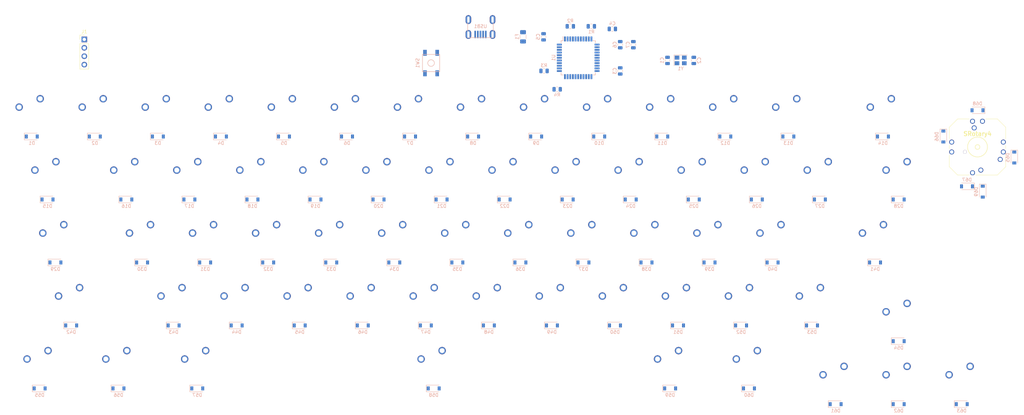
<source format=kicad_pcb>
(kicad_pcb (version 20171130) (host pcbnew "(5.1.5)-3")
  (layers (0 F.Cu signal) (31 B.Cu signal) (34 B.Paste user) (35 F.Paste user) (36 B.SilkS user) (37 F.SilkS user) (38 B.Mask user) (39 F.Mask user) (44 Edge.Cuts user))
  (net 0 "")
  (net 1 GND)
  (net 2 "Net-(C1-Pad1)")
  (net 3 "Net-(C2-Pad1)")
  (net 4 "Net-(C3-Pad1)")
  (net 5 +5V)
  (net 6 "Net-(D1-Pad2)")
  (net 7 ROW0)
  (net 8 "Net-(D2-Pad2)")
  (net 9 "Net-(D3-Pad2)")
  (net 10 "Net-(D4-Pad2)")
  (net 11 "Net-(D5-Pad2)")
  (net 12 "Net-(D6-Pad2)")
  (net 13 "Net-(D7-Pad2)")
  (net 14 "Net-(D8-Pad2)")
  (net 15 "Net-(D9-Pad2)")
  (net 16 "Net-(D10-Pad2)")
  (net 17 "Net-(D11-Pad2)")
  (net 18 "Net-(D12-Pad2)")
  (net 19 "Net-(D13-Pad2)")
  (net 20 "Net-(D14-Pad2)")
  (net 21 "Net-(D15-Pad2)")
  (net 22 ROW1)
  (net 23 "Net-(D16-Pad2)")
  (net 24 "Net-(D17-Pad2)")
  (net 25 "Net-(D18-Pad2)")
  (net 26 "Net-(D19-Pad2)")
  (net 27 "Net-(D20-Pad2)")
  (net 28 "Net-(D21-Pad2)")
  (net 29 "Net-(D22-Pad2)")
  (net 30 "Net-(D23-Pad2)")
  (net 31 "Net-(D24-Pad2)")
  (net 32 "Net-(D25-Pad2)")
  (net 33 "Net-(D26-Pad2)")
  (net 34 "Net-(D27-Pad2)")
  (net 35 "Net-(D28-Pad2)")
  (net 36 "Net-(D29-Pad2)")
  (net 37 ROW2)
  (net 38 "Net-(D30-Pad2)")
  (net 39 "Net-(D31-Pad2)")
  (net 40 "Net-(D32-Pad2)")
  (net 41 "Net-(D33-Pad2)")
  (net 42 "Net-(D34-Pad2)")
  (net 43 "Net-(D35-Pad2)")
  (net 44 "Net-(D36-Pad2)")
  (net 45 "Net-(D37-Pad2)")
  (net 46 "Net-(D38-Pad2)")
  (net 47 "Net-(D39-Pad2)")
  (net 48 "Net-(D40-Pad2)")
  (net 49 "Net-(D41-Pad2)")
  (net 50 "Net-(D42-Pad2)")
  (net 51 ROW3)
  (net 52 "Net-(D43-Pad2)")
  (net 53 "Net-(D44-Pad2)")
  (net 54 "Net-(D45-Pad2)")
  (net 55 "Net-(D46-Pad2)")
  (net 56 "Net-(D47-Pad2)")
  (net 57 "Net-(D48-Pad2)")
  (net 58 "Net-(D49-Pad2)")
  (net 59 "Net-(D50-Pad2)")
  (net 60 "Net-(D51-Pad2)")
  (net 61 "Net-(D52-Pad2)")
  (net 62 "Net-(D53-Pad2)")
  (net 63 "Net-(D54-Pad2)")
  (net 64 "Net-(D55-Pad2)")
  (net 65 ROW4)
  (net 66 "Net-(D56-Pad2)")
  (net 67 "Net-(D57-Pad2)")
  (net 68 "Net-(D58-Pad2)")
  (net 69 "Net-(D59-Pad2)")
  (net 70 "Net-(D60-Pad2)")
  (net 71 "Net-(D61-Pad2)")
  (net 72 "Net-(D62-Pad2)")
  (net 73 "Net-(D63-Pad2)")
  (net 74 COL9)
  (net 75 "Net-(D65-Pad1)")
  (net 76 COL10)
  (net 77 "Net-(D66-Pad1)")
  (net 78 COL11)
  (net 79 "Net-(D67-Pad1)")
  (net 80 COL12)
  (net 81 "Net-(D68-Pad1)")
  (net 82 COL13)
  (net 83 "Net-(D69-Pad1)")
  (net 84 VCC)
  (net 85 SDA)
  (net 86 SCL)
  (net 87 VBUS)
  (net 88 "Net-(R1-Pad2)")
  (net 89 D+)
  (net 90 "Net-(R2-Pad1)")
  (net 91 D-)
  (net 92 "Net-(R3-Pad1)")
  (net 93 "Net-(R4-Pad2)")
  (net 94 COL1)
  (net 95 COL2)
  (net 96 COL3)
  (net 97 COL4)
  (net 98 COL5)
  (net 99 COL6)
  (net 100 COL7)
  (net 101 COL8)
  (net 102 COL0)
  (net 103 EA)
  (net 104 ROW5)
  (net 105 EB)
  (net 106 "Net-(U1-Pad42)")
  (net 107 "Net-(U1-Pad1)")
  (net 108 "Net-(USB1-Pad2)")
  (module MX_Only:MXOnly-1.25U-NoLED (layer F.Cu) (at 269.08125 103.1875)
    (fp_text reference R4-RSHFT1)
    (fp_text value MX-NoLED)
    (pad 2 thru_hole circle (at 2.54 -5.08) (size 2.25 2.25) (drill 1.47) (layers *.Cu B.Mask) (net 62 "Net-(D53-Pad2)"))
    (pad "" np_thru_hole circle (at 0 0) (size 3.9878 3.9878) (drill 3.9878) (layers *.Cu *.Mask))
    (pad 1 thru_hole circle (at -3.81 -2.54) (size 2.25 2.25) (drill 1.47) (layers *.Cu B.Mask) (net 78 COL11))
    (pad "" np_thru_hole circle (at -5.08 0 48.0996) (size 1.75 1.75) (drill 1.75) (layers *.Cu *.Mask))
    (pad "" np_thru_hole circle (at 5.08 0 48.0996) (size 1.75 1.75) (drill 1.75) (layers *.Cu *.Mask))
  )
  (module MX_Only:MXOnly-6.25U-ReversedStabilizers-NoLED (layer F.Cu) (at 154.78125 122.2375)
    (fp_text reference R5-SPCE1)
    (fp_text value MX-NoLED)
    (pad 2 thru_hole circle (at 2.54 -5.08) (size 2.25 2.25) (drill 1.47) (layers *.Cu B.Mask) (net 68 "Net-(D58-Pad2)"))
    (pad "" np_thru_hole circle (at 0 0) (size 3.9878 3.9878) (drill 3.9878) (layers *.Cu *.Mask))
    (pad 1 thru_hole circle (at -3.81 -2.54) (size 2.25 2.25) (drill 1.47) (layers *.Cu B.Mask) (net 96 COL3))
    (pad "" np_thru_hole circle (at -5.08 0 48.0996) (size 1.75 1.75) (drill 1.75) (layers *.Cu *.Mask))
    (pad "" np_thru_hole circle (at 5.08 0 48.0996) (size 1.75 1.75) (drill 1.75) (layers *.Cu *.Mask))
    (pad "" np_thru_hole circle (at -49.9999 6.985) (size 3.048 3.048) (drill 3.048) (layers *.Cu *.Mask))
    (pad "" np_thru_hole circle (at 49.9999 6.985) (size 3.048 3.048) (drill 3.048) (layers *.Cu *.Mask))
    (pad "" np_thru_hole circle (at -49.9999 -8.255) (size 3.9878 3.9878) (drill 3.9878) (layers *.Cu *.Mask))
    (pad "" np_thru_hole circle (at 49.9999 -8.255) (size 3.9878 3.9878) (drill 3.9878) (layers *.Cu *.Mask))
  )
  (module MX_Only:MXOnly-1.25U-NoLED (layer F.Cu) (at 226.21875 122.2375)
    (fp_text reference R5-MENU1)
    (fp_text value MX-NoLED)
    (pad 2 thru_hole circle (at 2.54 -5.08) (size 2.25 2.25) (drill 1.47) (layers *.Cu B.Mask) (net 69 "Net-(D59-Pad2)"))
    (pad "" np_thru_hole circle (at 0 0) (size 3.9878 3.9878) (drill 3.9878) (layers *.Cu *.Mask))
    (pad 1 thru_hole circle (at -3.81 -2.54) (size 2.25 2.25) (drill 1.47) (layers *.Cu B.Mask) (net 97 COL4))
    (pad "" np_thru_hole circle (at -5.08 0 48.0996) (size 1.75 1.75) (drill 1.75) (layers *.Cu *.Mask))
    (pad "" np_thru_hole circle (at 5.08 0 48.0996) (size 1.75 1.75) (drill 1.75) (layers *.Cu *.Mask))
  )
  (module Crystal:Crystal_SMD_3225-4Pin_3.2x2.5mm (layer B.Cu) (at 229.39375 29.36875)
    (fp_text reference Y1 (at 0 2.45) (layer B.SilkS) (effects (justify mirror)))
    (fp_text value 16Mhz)
    (pad 4 smd rect (at -1.1 0.85) (size 1.4 1.2) (layers B.Cu B.Paste B.Mask) (net 1 GND))
    (pad 3 smd rect (at 1.1 0.85) (size 1.4 1.2) (layers B.Cu B.Paste B.Mask) (net 3 "Net-(C2-Pad1)"))
    (pad 2 smd rect (at 1.1 -0.85) (size 1.4 1.2) (layers B.Cu B.Paste B.Mask) (net 1 GND))
    (pad 1 smd rect (at -1.1 -0.85) (size 1.4 1.2) (layers B.Cu B.Paste B.Mask) (net 2 "Net-(C1-Pad1)"))
  )
  (module random-keyboard-parts:Molex-0548190589 (layer B.Cu) (at 168.91 17.018 270)
    (fp_text reference USB1 (at 2.032 0) (layer B.SilkS) (effects (justify mirror)))
    (fp_text value Molex-0548190589)
    (pad 6 thru_hole oval (at 0 3.65 270) (size 2.7 1.7) (drill oval 1.9 0.7) (layers *.Cu *.Mask) (net 1 GND))
    (pad 6 thru_hole oval (at 0 -3.65 270) (size 2.7 1.7) (drill oval 1.9 0.7) (layers *.Cu *.Mask) (net 1 GND))
    (pad 6 thru_hole oval (at 4.5 -3.65 270) (size 2.7 1.7) (drill oval 1.9 0.7) (layers *.Cu *.Mask) (net 1 GND))
    (pad 6 thru_hole oval (at 4.5 3.65 270) (size 2.7 1.7) (drill oval 1.9 0.7) (layers *.Cu *.Mask) (net 1 GND))
    (pad 5 smd rect (at 4.5 1.6 270) (size 2.25 0.5) (layers B.Cu B.Paste B.Mask) (net 84 VCC))
    (pad 4 smd rect (at 4.5 0.8 270) (size 2.25 0.5) (layers B.Cu B.Paste B.Mask) (net 91 D-))
    (pad 3 smd rect (at 4.5 0 270) (size 2.25 0.5) (layers B.Cu B.Paste B.Mask) (net 89 D+))
    (pad 2 smd rect (at 4.5 -0.8 270) (size 2.25 0.5) (layers B.Cu B.Paste B.Mask) (net 108 "Net-(USB1-Pad2)"))
    (pad 1 smd rect (at 4.5 -1.6 270) (size 2.25 0.5) (layers B.Cu B.Paste B.Mask) (net 1 GND))
  )
  (module Package_QFP:TQFP-44_10x10mm_P0.8mm (layer B.Cu) (at 198.4375 28.575 270)
    (fp_text reference U1 (at 0 7.45 270) (layer B.SilkS) (effects (justify mirror)))
    (fp_text value ATmega32U4-AU)
    (pad 44 smd rect (at -4 5.7 180) (size 1.5 0.55) (layers B.Cu B.Paste B.Mask) (net 5 +5V))
    (pad 43 smd rect (at -3.2 5.7 180) (size 1.5 0.55) (layers B.Cu B.Paste B.Mask) (net 1 GND))
    (pad 42 smd rect (at -2.4 5.7 180) (size 1.5 0.55) (layers B.Cu B.Paste B.Mask) (net 106 "Net-(U1-Pad42)"))
    (pad 41 smd rect (at -1.6 5.7 180) (size 1.5 0.55) (layers B.Cu B.Paste B.Mask) (net 76 COL10))
    (pad 40 smd rect (at -0.8 5.7 180) (size 1.5 0.55) (layers B.Cu B.Paste B.Mask) (net 82 COL13))
    (pad 39 smd rect (at 0 5.7 180) (size 1.5 0.55) (layers B.Cu B.Paste B.Mask) (net 37 ROW2))
    (pad 38 smd rect (at 0.8 5.7 180) (size 1.5 0.55) (layers B.Cu B.Paste B.Mask) (net 96 COL3))
    (pad 37 smd rect (at 1.6 5.7 180) (size 1.5 0.55) (layers B.Cu B.Paste B.Mask) (net 101 COL8))
    (pad 36 smd rect (at 2.4 5.7 180) (size 1.5 0.55) (layers B.Cu B.Paste B.Mask) (net 105 EB))
    (pad 35 smd rect (at 3.2 5.7 180) (size 1.5 0.55) (layers B.Cu B.Paste B.Mask) (net 1 GND))
    (pad 34 smd rect (at 4 5.7 180) (size 1.5 0.55) (layers B.Cu B.Paste B.Mask) (net 5 +5V))
    (pad 33 smd rect (at 5.7 4 270) (size 1.5 0.55) (layers B.Cu B.Paste B.Mask) (net 93 "Net-(R4-Pad2)"))
    (pad 32 smd rect (at 5.7 3.2 270) (size 1.5 0.55) (layers B.Cu B.Paste B.Mask) (net 7 ROW0))
    (pad 31 smd rect (at 5.7 2.4 270) (size 1.5 0.55) (layers B.Cu B.Paste B.Mask) (net 95 COL2))
    (pad 30 smd rect (at 5.7 1.6 270) (size 1.5 0.55) (layers B.Cu B.Paste B.Mask) (net 100 COL7))
    (pad 29 smd rect (at 5.7 0.8 270) (size 1.5 0.55) (layers B.Cu B.Paste B.Mask) (net 103 EA))
    (pad 28 smd rect (at 5.7 0 270) (size 1.5 0.55) (layers B.Cu B.Paste B.Mask) (net 65 ROW4))
    (pad 27 smd rect (at 5.7 -0.8 270) (size 1.5 0.55) (layers B.Cu B.Paste B.Mask) (net 104 ROW5))
    (pad 26 smd rect (at 5.7 -1.6 270) (size 1.5 0.55) (layers B.Cu B.Paste B.Mask) (net 74 COL9))
    (pad 25 smd rect (at 5.7 -2.4 270) (size 1.5 0.55) (layers B.Cu B.Paste B.Mask) (net 51 ROW3))
    (pad 24 smd rect (at 5.7 -3.2 270) (size 1.5 0.55) (layers B.Cu B.Paste B.Mask) (net 5 +5V))
    (pad 23 smd rect (at 5.7 -4 270) (size 1.5 0.55) (layers B.Cu B.Paste B.Mask) (net 1 GND))
    (pad 22 smd rect (at 4 -5.7 180) (size 1.5 0.55) (layers B.Cu B.Paste B.Mask) (net 78 COL11))
    (pad 21 smd rect (at 3.2 -5.7 180) (size 1.5 0.55) (layers B.Cu B.Paste B.Mask) (net 94 COL1))
    (pad 20 smd rect (at 2.4 -5.7 180) (size 1.5 0.55) (layers B.Cu B.Paste B.Mask) (net 98 COL5))
    (pad 19 smd rect (at 1.6 -5.7 180) (size 1.5 0.55) (layers B.Cu B.Paste B.Mask) (net 85 SDA))
    (pad 18 smd rect (at 0.8 -5.7 180) (size 1.5 0.55) (layers B.Cu B.Paste B.Mask) (net 86 SCL))
    (pad 17 smd rect (at 0 -5.7 180) (size 1.5 0.55) (layers B.Cu B.Paste B.Mask) (net 2 "Net-(C1-Pad1)"))
    (pad 16 smd rect (at -0.8 -5.7 180) (size 1.5 0.55) (layers B.Cu B.Paste B.Mask) (net 3 "Net-(C2-Pad1)"))
    (pad 15 smd rect (at -1.6 -5.7 180) (size 1.5 0.55) (layers B.Cu B.Paste B.Mask) (net 1 GND))
    (pad 14 smd rect (at -2.4 -5.7 180) (size 1.5 0.55) (layers B.Cu B.Paste B.Mask) (net 5 +5V))
    (pad 13 smd rect (at -3.2 -5.7 180) (size 1.5 0.55) (layers B.Cu B.Paste B.Mask) (net 88 "Net-(R1-Pad2)"))
    (pad 12 smd rect (at -4 -5.7 180) (size 1.5 0.55) (layers B.Cu B.Paste B.Mask) (net 22 ROW1))
    (pad 11 smd rect (at -5.7 -4 270) (size 1.5 0.55) (layers B.Cu B.Paste B.Mask) (net 80 COL12))
    (pad 10 smd rect (at -5.7 -3.2 270) (size 1.5 0.55) (layers B.Cu B.Paste B.Mask) (net 99 COL6))
    (pad 9 smd rect (at -5.7 -2.4 270) (size 1.5 0.55) (layers B.Cu B.Paste B.Mask) (net 97 COL4))
    (pad 8 smd rect (at -5.7 -1.6 270) (size 1.5 0.55) (layers B.Cu B.Paste B.Mask) (net 102 COL0))
    (pad 7 smd rect (at -5.7 -0.8 270) (size 1.5 0.55) (layers B.Cu B.Paste B.Mask) (net 5 +5V))
    (pad 6 smd rect (at -5.7 0 270) (size 1.5 0.55) (layers B.Cu B.Paste B.Mask) (net 4 "Net-(C3-Pad1)"))
    (pad 5 smd rect (at -5.7 0.8 270) (size 1.5 0.55) (layers B.Cu B.Paste B.Mask) (net 1 GND))
    (pad 4 smd rect (at -5.7 1.6 270) (size 1.5 0.55) (layers B.Cu B.Paste B.Mask) (net 90 "Net-(R2-Pad1)"))
    (pad 3 smd rect (at -5.7 2.4 270) (size 1.5 0.55) (layers B.Cu B.Paste B.Mask) (net 92 "Net-(R3-Pad1)"))
    (pad 2 smd rect (at -5.7 3.2 270) (size 1.5 0.55) (layers B.Cu B.Paste B.Mask) (net 5 +5V))
    (pad 1 smd rect (at -5.7 4 270) (size 1.5 0.55) (layers B.Cu B.Paste B.Mask) (net 107 "Net-(U1-Pad1)"))
  )
  (module random-keyboard-parts:SKQG-1155865 (layer B.Cu) (at 153.9875 30.1625 90)
    (fp_text reference SW1 (at 0 -4.064 90) (layer B.SilkS) (effects (justify mirror)))
    (fp_text value SW_Push)
    (pad 4 smd rect (at -3.1 -1.85 90) (size 1.8 1.1) (layers B.Cu B.Paste B.Mask))
    (pad 3 smd rect (at 3.1 1.85 90) (size 1.8 1.1) (layers B.Cu B.Paste B.Mask))
    (pad 2 smd rect (at -3.1 1.85 90) (size 1.8 1.1) (layers B.Cu B.Paste B.Mask) (net 88 "Net-(R1-Pad2)"))
    (pad 1 smd rect (at 3.1 -1.85 90) (size 1.8 1.1) (layers B.Cu B.Paste B.Mask) (net 1 GND))
  )
  (module ALPS_Joystick:RKJXT1F42001 (layer F.Cu) (at 319.0875 55.5625)
    (fp_text reference SRotary4 (at 0 -4) (layer F.SilkS) (effects (font (size 1.27 1.27) (thickness 0.254))))
    (fp_text value RKJXT1F42001 hide)
    (pad "" thru_hole circle (at -3.8 1.5 90) (size 1.1 1.1) (drill 1.1) (layers *.Cu *.Mask))
    (pad 10 thru_hole circle (at -7.8 1.5 90) (size 1.5 1.5) (drill 1) (layers *.Cu *.Mask) (net 103 EA))
    (pad 9 thru_hole circle (at -7.8 -1.5 90) (size 1.5 1.5) (drill 1) (layers *.Cu *.Mask) (net 77 "Net-(D66-Pad1)"))
    (pad 8 thru_hole circle (at -1.5 -7.8 90) (size 1.5 1.5) (drill 1) (layers *.Cu *.Mask) (net 1 GND))
    (pad 7 thru_hole circle (at -1 -5.78 90) (size 1.5 1.5) (drill 1) (layers *.Cu *.Mask) (net 104 ROW5))
    (pad 6 thru_hole circle (at 1.5 -7.8 90) (size 1.5 1.5) (drill 1) (layers *.Cu *.Mask) (net 81 "Net-(D68-Pad1)"))
    (pad 5 thru_hole circle (at 7.8 -1.5 90) (size 1.5 1.5) (drill 1) (layers *.Cu *.Mask) (net 105 EB))
    (pad 4 thru_hole circle (at 7.8 1.5 90) (size 1.5 1.5) (drill 1) (layers *.Cu *.Mask) (net 75 "Net-(D65-Pad1)"))
    (pad 3 thru_hole circle (at 6.86 3.75 90) (size 1.5 1.5) (drill 1) (layers *.Cu *.Mask) (net 1 GND))
    (pad 2 thru_hole circle (at 1 6.98 90) (size 1.5 1.5) (drill 1) (layers *.Cu *.Mask) (net 83 "Net-(D69-Pad1)"))
    (pad 1 thru_hole circle (at -1.5 7.8 90) (size 1.5 1.5) (drill 1) (layers *.Cu *.Mask) (net 79 "Net-(D67-Pad1)"))
  )
  (module MX_Only:MXOnly-1.25U-NoLED (layer F.Cu) (at 59.53125 122.2375)
    (fp_text reference R5-WK1)
    (fp_text value MX-NoLED)
    (pad 2 thru_hole circle (at 2.54 -5.08) (size 2.25 2.25) (drill 1.47) (layers *.Cu B.Mask) (net 66 "Net-(D56-Pad2)"))
    (pad "" np_thru_hole circle (at 0 0) (size 3.9878 3.9878) (drill 3.9878) (layers *.Cu *.Mask))
    (pad 1 thru_hole circle (at -3.81 -2.54) (size 2.25 2.25) (drill 1.47) (layers *.Cu B.Mask) (net 94 COL1))
    (pad "" np_thru_hole circle (at -5.08 0 48.0996) (size 1.75 1.75) (drill 1.75) (layers *.Cu *.Mask))
    (pad "" np_thru_hole circle (at 5.08 0 48.0996) (size 1.75 1.75) (drill 1.75) (layers *.Cu *.Mask))
  )
  (module MX_Only:MXOnly-1U-NoLED (layer F.Cu) (at 314.325 127)
    (fp_text reference R5-RIGHT1)
    (fp_text value MX-NoLED)
    (pad 2 thru_hole circle (at 2.54 -5.08) (size 2.25 2.25) (drill 1.47) (layers *.Cu B.Mask) (net 73 "Net-(D63-Pad2)"))
    (pad "" np_thru_hole circle (at 0 0) (size 3.9878 3.9878) (drill 3.9878) (layers *.Cu *.Mask))
    (pad 1 thru_hole circle (at -3.81 -2.54) (size 2.25 2.25) (drill 1.47) (layers *.Cu B.Mask) (net 101 COL8))
    (pad "" np_thru_hole circle (at -5.08 0 48.0996) (size 1.75 1.75) (drill 1.75) (layers *.Cu *.Mask))
    (pad "" np_thru_hole circle (at 5.08 0 48.0996) (size 1.75 1.75) (drill 1.75) (layers *.Cu *.Mask))
  )
  (module MX_Only:MXOnly-1U-NoLED (layer F.Cu) (at 276.225 127)
    (fp_text reference R5-LEFT1)
    (fp_text value MX-NoLED)
    (pad 2 thru_hole circle (at 2.54 -5.08) (size 2.25 2.25) (drill 1.47) (layers *.Cu B.Mask) (net 71 "Net-(D61-Pad2)"))
    (pad "" np_thru_hole circle (at 0 0) (size 3.9878 3.9878) (drill 3.9878) (layers *.Cu *.Mask))
    (pad 1 thru_hole circle (at -3.81 -2.54) (size 2.25 2.25) (drill 1.47) (layers *.Cu B.Mask) (net 99 COL6))
    (pad "" np_thru_hole circle (at -5.08 0 48.0996) (size 1.75 1.75) (drill 1.75) (layers *.Cu *.Mask))
    (pad "" np_thru_hole circle (at 5.08 0 48.0996) (size 1.75 1.75) (drill 1.75) (layers *.Cu *.Mask))
  )
  (module MX_Only:MXOnly-1.25U-NoLED (layer F.Cu) (at 35.71875 122.2375)
    (fp_text reference R5-LCTRL1)
    (fp_text value MX-NoLED)
    (pad 2 thru_hole circle (at 2.54 -5.08) (size 2.25 2.25) (drill 1.47) (layers *.Cu B.Mask) (net 64 "Net-(D55-Pad2)"))
    (pad "" np_thru_hole circle (at 0 0) (size 3.9878 3.9878) (drill 3.9878) (layers *.Cu *.Mask))
    (pad 1 thru_hole circle (at -3.81 -2.54) (size 2.25 2.25) (drill 1.47) (layers *.Cu B.Mask) (net 102 COL0))
    (pad "" np_thru_hole circle (at -5.08 0 48.0996) (size 1.75 1.75) (drill 1.75) (layers *.Cu *.Mask))
    (pad "" np_thru_hole circle (at 5.08 0 48.0996) (size 1.75 1.75) (drill 1.75) (layers *.Cu *.Mask))
  )
  (module MX_Only:MXOnly-1.25U-NoLED (layer F.Cu) (at 83.34375 122.2375)
    (fp_text reference R5-LALT1)
    (fp_text value MX-NoLED)
    (pad 2 thru_hole circle (at 2.54 -5.08) (size 2.25 2.25) (drill 1.47) (layers *.Cu B.Mask) (net 67 "Net-(D57-Pad2)"))
    (pad "" np_thru_hole circle (at 0 0) (size 3.9878 3.9878) (drill 3.9878) (layers *.Cu *.Mask))
    (pad 1 thru_hole circle (at -3.81 -2.54) (size 2.25 2.25) (drill 1.47) (layers *.Cu B.Mask) (net 95 COL2))
    (pad "" np_thru_hole circle (at -5.08 0 48.0996) (size 1.75 1.75) (drill 1.75) (layers *.Cu *.Mask))
    (pad "" np_thru_hole circle (at 5.08 0 48.0996) (size 1.75 1.75) (drill 1.75) (layers *.Cu *.Mask))
  )
  (module MX_Only:MXOnly-1.25U-NoLED (layer F.Cu) (at 250.03125 122.2375)
    (fp_text reference R5-FN1)
    (fp_text value MX-NoLED)
    (pad 2 thru_hole circle (at 2.54 -5.08) (size 2.25 2.25) (drill 1.47) (layers *.Cu B.Mask) (net 70 "Net-(D60-Pad2)"))
    (pad "" np_thru_hole circle (at 0 0) (size 3.9878 3.9878) (drill 3.9878) (layers *.Cu *.Mask))
    (pad 1 thru_hole circle (at -3.81 -2.54) (size 2.25 2.25) (drill 1.47) (layers *.Cu B.Mask) (net 98 COL5))
    (pad "" np_thru_hole circle (at -5.08 0 48.0996) (size 1.75 1.75) (drill 1.75) (layers *.Cu *.Mask))
    (pad "" np_thru_hole circle (at 5.08 0 48.0996) (size 1.75 1.75) (drill 1.75) (layers *.Cu *.Mask))
  )
  (module MX_Only:MXOnly-1U-NoLED (layer F.Cu) (at 295.275 127)
    (fp_text reference R5-DOWN1)
    (fp_text value MX-NoLED)
    (pad 2 thru_hole circle (at 2.54 -5.08) (size 2.25 2.25) (drill 1.47) (layers *.Cu B.Mask) (net 72 "Net-(D62-Pad2)"))
    (pad "" np_thru_hole circle (at 0 0) (size 3.9878 3.9878) (drill 3.9878) (layers *.Cu *.Mask))
    (pad 1 thru_hole circle (at -3.81 -2.54) (size 2.25 2.25) (drill 1.47) (layers *.Cu B.Mask) (net 100 COL7))
    (pad "" np_thru_hole circle (at -5.08 0 48.0996) (size 1.75 1.75) (drill 1.75) (layers *.Cu *.Mask))
    (pad "" np_thru_hole circle (at 5.08 0 48.0996) (size 1.75 1.75) (drill 1.75) (layers *.Cu *.Mask))
  )
  (module MX_Only:MXOnly-1U-NoLED (layer F.Cu) (at 76.2 103.1875)
    (fp_text reference R4-Z1)
    (fp_text value MX-NoLED)
    (pad 2 thru_hole circle (at 2.54 -5.08) (size 2.25 2.25) (drill 1.47) (layers *.Cu B.Mask) (net 52 "Net-(D43-Pad2)"))
    (pad "" np_thru_hole circle (at 0 0) (size 3.9878 3.9878) (drill 3.9878) (layers *.Cu *.Mask))
    (pad 1 thru_hole circle (at -3.81 -2.54) (size 2.25 2.25) (drill 1.47) (layers *.Cu B.Mask) (net 94 COL1))
    (pad "" np_thru_hole circle (at -5.08 0 48.0996) (size 1.75 1.75) (drill 1.75) (layers *.Cu *.Mask))
    (pad "" np_thru_hole circle (at 5.08 0 48.0996) (size 1.75 1.75) (drill 1.75) (layers *.Cu *.Mask))
  )
  (module MX_Only:MXOnly-1U-NoLED (layer F.Cu) (at 95.25 103.1875)
    (fp_text reference R4-X1)
    (fp_text value MX-NoLED)
    (pad 2 thru_hole circle (at 2.54 -5.08) (size 2.25 2.25) (drill 1.47) (layers *.Cu B.Mask) (net 53 "Net-(D44-Pad2)"))
    (pad "" np_thru_hole circle (at 0 0) (size 3.9878 3.9878) (drill 3.9878) (layers *.Cu *.Mask))
    (pad 1 thru_hole circle (at -3.81 -2.54) (size 2.25 2.25) (drill 1.47) (layers *.Cu B.Mask) (net 95 COL2))
    (pad "" np_thru_hole circle (at -5.08 0 48.0996) (size 1.75 1.75) (drill 1.75) (layers *.Cu *.Mask))
    (pad "" np_thru_hole circle (at 5.08 0 48.0996) (size 1.75 1.75) (drill 1.75) (layers *.Cu *.Mask))
  )
  (module MX_Only:MXOnly-1U-NoLED (layer F.Cu) (at 133.35 103.1875)
    (fp_text reference R4-V1)
    (fp_text value MX-NoLED)
    (pad 2 thru_hole circle (at 2.54 -5.08) (size 2.25 2.25) (drill 1.47) (layers *.Cu B.Mask) (net 55 "Net-(D46-Pad2)"))
    (pad "" np_thru_hole circle (at 0 0) (size 3.9878 3.9878) (drill 3.9878) (layers *.Cu *.Mask))
    (pad 1 thru_hole circle (at -3.81 -2.54) (size 2.25 2.25) (drill 1.47) (layers *.Cu B.Mask) (net 97 COL4))
    (pad "" np_thru_hole circle (at -5.08 0 48.0996) (size 1.75 1.75) (drill 1.75) (layers *.Cu *.Mask))
    (pad "" np_thru_hole circle (at 5.08 0 48.0996) (size 1.75 1.75) (drill 1.75) (layers *.Cu *.Mask))
  )
  (module MX_Only:MXOnly-1U-NoLED (layer F.Cu) (at 295.275 107.95)
    (fp_text reference R4-UP1)
    (fp_text value MX-NoLED)
    (pad 2 thru_hole circle (at 2.54 -5.08) (size 2.25 2.25) (drill 1.47) (layers *.Cu B.Mask) (net 63 "Net-(D54-Pad2)"))
    (pad "" np_thru_hole circle (at 0 0) (size 3.9878 3.9878) (drill 3.9878) (layers *.Cu *.Mask))
    (pad 1 thru_hole circle (at -3.81 -2.54) (size 2.25 2.25) (drill 1.47) (layers *.Cu B.Mask) (net 80 COL12))
    (pad "" np_thru_hole circle (at -5.08 0 48.0996) (size 1.75 1.75) (drill 1.75) (layers *.Cu *.Mask))
    (pad "" np_thru_hole circle (at 5.08 0 48.0996) (size 1.75 1.75) (drill 1.75) (layers *.Cu *.Mask))
  )
  (module MX_Only:MXOnly-1U-NoLED (layer F.Cu) (at 247.65 103.1875)
    (fp_text reference R4-QSTN1)
    (fp_text value MX-NoLED)
    (pad 2 thru_hole circle (at 2.54 -5.08) (size 2.25 2.25) (drill 1.47) (layers *.Cu B.Mask) (net 61 "Net-(D52-Pad2)"))
    (pad "" np_thru_hole circle (at 0 0) (size 3.9878 3.9878) (drill 3.9878) (layers *.Cu *.Mask))
    (pad 1 thru_hole circle (at -3.81 -2.54) (size 2.25 2.25) (drill 1.47) (layers *.Cu B.Mask) (net 76 COL10))
    (pad "" np_thru_hole circle (at -5.08 0 48.0996) (size 1.75 1.75) (drill 1.75) (layers *.Cu *.Mask))
    (pad "" np_thru_hole circle (at 5.08 0 48.0996) (size 1.75 1.75) (drill 1.75) (layers *.Cu *.Mask))
  )
  (module MX_Only:MXOnly-1U-NoLED (layer F.Cu) (at 228.6 103.1875)
    (fp_text reference R4-PRD1)
    (fp_text value MX-NoLED)
    (pad 2 thru_hole circle (at 2.54 -5.08) (size 2.25 2.25) (drill 1.47) (layers *.Cu B.Mask) (net 60 "Net-(D51-Pad2)"))
    (pad "" np_thru_hole circle (at 0 0) (size 3.9878 3.9878) (drill 3.9878) (layers *.Cu *.Mask))
    (pad 1 thru_hole circle (at -3.81 -2.54) (size 2.25 2.25) (drill 1.47) (layers *.Cu B.Mask) (net 74 COL9))
    (pad "" np_thru_hole circle (at -5.08 0 48.0996) (size 1.75 1.75) (drill 1.75) (layers *.Cu *.Mask))
    (pad "" np_thru_hole circle (at 5.08 0 48.0996) (size 1.75 1.75) (drill 1.75) (layers *.Cu *.Mask))
  )
  (module MX_Only:MXOnly-1U-NoLED (layer F.Cu) (at 171.45 103.1875)
    (fp_text reference R4-N1)
    (fp_text value MX-NoLED)
    (pad 2 thru_hole circle (at 2.54 -5.08) (size 2.25 2.25) (drill 1.47) (layers *.Cu B.Mask) (net 57 "Net-(D48-Pad2)"))
    (pad "" np_thru_hole circle (at 0 0) (size 3.9878 3.9878) (drill 3.9878) (layers *.Cu *.Mask))
    (pad 1 thru_hole circle (at -3.81 -2.54) (size 2.25 2.25) (drill 1.47) (layers *.Cu B.Mask) (net 99 COL6))
    (pad "" np_thru_hole circle (at -5.08 0 48.0996) (size 1.75 1.75) (drill 1.75) (layers *.Cu *.Mask))
    (pad "" np_thru_hole circle (at 5.08 0 48.0996) (size 1.75 1.75) (drill 1.75) (layers *.Cu *.Mask))
  )
  (module MX_Only:MXOnly-1U-NoLED (layer F.Cu) (at 190.5 103.1875)
    (fp_text reference R4-M1)
    (fp_text value MX-NoLED)
    (pad 2 thru_hole circle (at 2.54 -5.08) (size 2.25 2.25) (drill 1.47) (layers *.Cu B.Mask) (net 58 "Net-(D49-Pad2)"))
    (pad "" np_thru_hole circle (at 0 0) (size 3.9878 3.9878) (drill 3.9878) (layers *.Cu *.Mask))
    (pad 1 thru_hole circle (at -3.81 -2.54) (size 2.25 2.25) (drill 1.47) (layers *.Cu B.Mask) (net 100 COL7))
    (pad "" np_thru_hole circle (at -5.08 0 48.0996) (size 1.75 1.75) (drill 1.75) (layers *.Cu *.Mask))
    (pad "" np_thru_hole circle (at 5.08 0 48.0996) (size 1.75 1.75) (drill 1.75) (layers *.Cu *.Mask))
  )
  (module MX_Only:MXOnly-2.25U-NoLED (layer F.Cu) (at 45.24375 103.1875)
    (fp_text reference R4-LSFHT1)
    (fp_text value MX-NoLED)
    (pad 2 thru_hole circle (at 2.54 -5.08) (size 2.25 2.25) (drill 1.47) (layers *.Cu B.Mask) (net 50 "Net-(D42-Pad2)"))
    (pad "" np_thru_hole circle (at 0 0) (size 3.9878 3.9878) (drill 3.9878) (layers *.Cu *.Mask))
    (pad 1 thru_hole circle (at -3.81 -2.54) (size 2.25 2.25) (drill 1.47) (layers *.Cu B.Mask) (net 102 COL0))
    (pad "" np_thru_hole circle (at -5.08 0 48.0996) (size 1.75 1.75) (drill 1.75) (layers *.Cu *.Mask))
    (pad "" np_thru_hole circle (at 5.08 0 48.0996) (size 1.75 1.75) (drill 1.75) (layers *.Cu *.Mask))
    (pad "" np_thru_hole circle (at -11.90625 -6.985) (size 3.048 3.048) (drill 3.048) (layers *.Cu *.Mask))
    (pad "" np_thru_hole circle (at 11.90625 -6.985) (size 3.048 3.048) (drill 3.048) (layers *.Cu *.Mask))
    (pad "" np_thru_hole circle (at -11.90625 8.255) (size 3.9878 3.9878) (drill 3.9878) (layers *.Cu *.Mask))
    (pad "" np_thru_hole circle (at 11.90625 8.255) (size 3.9878 3.9878) (drill 3.9878) (layers *.Cu *.Mask))
  )
  (module MX_Only:MXOnly-1U-NoLED (layer F.Cu) (at 209.55 103.1875)
    (fp_text reference R4-CMMA1)
    (fp_text value MX-NoLED)
    (pad 2 thru_hole circle (at 2.54 -5.08) (size 2.25 2.25) (drill 1.47) (layers *.Cu B.Mask) (net 59 "Net-(D50-Pad2)"))
    (pad "" np_thru_hole circle (at 0 0) (size 3.9878 3.9878) (drill 3.9878) (layers *.Cu *.Mask))
    (pad 1 thru_hole circle (at -3.81 -2.54) (size 2.25 2.25) (drill 1.47) (layers *.Cu B.Mask) (net 101 COL8))
    (pad "" np_thru_hole circle (at -5.08 0 48.0996) (size 1.75 1.75) (drill 1.75) (layers *.Cu *.Mask))
    (pad "" np_thru_hole circle (at 5.08 0 48.0996) (size 1.75 1.75) (drill 1.75) (layers *.Cu *.Mask))
  )
  (module MX_Only:MXOnly-1U-NoLED (layer F.Cu) (at 114.3 103.1875)
    (fp_text reference R4-C1)
    (fp_text value MX-NoLED)
    (pad 2 thru_hole circle (at 2.54 -5.08) (size 2.25 2.25) (drill 1.47) (layers *.Cu B.Mask) (net 54 "Net-(D45-Pad2)"))
    (pad "" np_thru_hole circle (at 0 0) (size 3.9878 3.9878) (drill 3.9878) (layers *.Cu *.Mask))
    (pad 1 thru_hole circle (at -3.81 -2.54) (size 2.25 2.25) (drill 1.47) (layers *.Cu B.Mask) (net 96 COL3))
    (pad "" np_thru_hole circle (at -5.08 0 48.0996) (size 1.75 1.75) (drill 1.75) (layers *.Cu *.Mask))
    (pad "" np_thru_hole circle (at 5.08 0 48.0996) (size 1.75 1.75) (drill 1.75) (layers *.Cu *.Mask))
  )
  (module MX_Only:MXOnly-1U-NoLED (layer F.Cu) (at 152.4 103.1875)
    (fp_text reference R4-B1)
    (fp_text value MX-NoLED)
    (pad 2 thru_hole circle (at 2.54 -5.08) (size 2.25 2.25) (drill 1.47) (layers *.Cu B.Mask) (net 56 "Net-(D47-Pad2)"))
    (pad "" np_thru_hole circle (at 0 0) (size 3.9878 3.9878) (drill 3.9878) (layers *.Cu *.Mask))
    (pad 1 thru_hole circle (at -3.81 -2.54) (size 2.25 2.25) (drill 1.47) (layers *.Cu B.Mask) (net 98 COL5))
    (pad "" np_thru_hole circle (at -5.08 0 48.0996) (size 1.75 1.75) (drill 1.75) (layers *.Cu *.Mask))
    (pad "" np_thru_hole circle (at 5.08 0 48.0996) (size 1.75 1.75) (drill 1.75) (layers *.Cu *.Mask))
  )
  (module MX_Only:MXOnly-1U-NoLED (layer F.Cu) (at 85.725 84.1375)
    (fp_text reference R3-S1)
    (fp_text value MX-NoLED)
    (pad 2 thru_hole circle (at 2.54 -5.08) (size 2.25 2.25) (drill 1.47) (layers *.Cu B.Mask) (net 39 "Net-(D31-Pad2)"))
    (pad "" np_thru_hole circle (at 0 0) (size 3.9878 3.9878) (drill 3.9878) (layers *.Cu *.Mask))
    (pad 1 thru_hole circle (at -3.81 -2.54) (size 2.25 2.25) (drill 1.47) (layers *.Cu B.Mask) (net 95 COL2))
    (pad "" np_thru_hole circle (at -5.08 0 48.0996) (size 1.75 1.75) (drill 1.75) (layers *.Cu *.Mask))
    (pad "" np_thru_hole circle (at 5.08 0 48.0996) (size 1.75 1.75) (drill 1.75) (layers *.Cu *.Mask))
  )
  (module MX_Only:MXOnly-1U-NoLED (layer F.Cu) (at 219.075 84.1375)
    (fp_text reference R3-L1)
    (fp_text value MX-NoLED)
    (pad 2 thru_hole circle (at 2.54 -5.08) (size 2.25 2.25) (drill 1.47) (layers *.Cu B.Mask) (net 46 "Net-(D38-Pad2)"))
    (pad "" np_thru_hole circle (at 0 0) (size 3.9878 3.9878) (drill 3.9878) (layers *.Cu *.Mask))
    (pad 1 thru_hole circle (at -3.81 -2.54) (size 2.25 2.25) (drill 1.47) (layers *.Cu B.Mask) (net 74 COL9))
    (pad "" np_thru_hole circle (at -5.08 0 48.0996) (size 1.75 1.75) (drill 1.75) (layers *.Cu *.Mask))
    (pad "" np_thru_hole circle (at 5.08 0 48.0996) (size 1.75 1.75) (drill 1.75) (layers *.Cu *.Mask))
  )
  (module MX_Only:MXOnly-1U-NoLED (layer F.Cu) (at 200.025 84.1375)
    (fp_text reference R3-K1)
    (fp_text value MX-NoLED)
    (pad 2 thru_hole circle (at 2.54 -5.08) (size 2.25 2.25) (drill 1.47) (layers *.Cu B.Mask) (net 45 "Net-(D37-Pad2)"))
    (pad "" np_thru_hole circle (at 0 0) (size 3.9878 3.9878) (drill 3.9878) (layers *.Cu *.Mask))
    (pad 1 thru_hole circle (at -3.81 -2.54) (size 2.25 2.25) (drill 1.47) (layers *.Cu B.Mask) (net 101 COL8))
    (pad "" np_thru_hole circle (at -5.08 0 48.0996) (size 1.75 1.75) (drill 1.75) (layers *.Cu *.Mask))
    (pad "" np_thru_hole circle (at 5.08 0 48.0996) (size 1.75 1.75) (drill 1.75) (layers *.Cu *.Mask))
  )
  (module MX_Only:MXOnly-1U-NoLED (layer F.Cu) (at 180.975 84.1375)
    (fp_text reference R3-J1)
    (fp_text value MX-NoLED)
    (pad 2 thru_hole circle (at 2.54 -5.08) (size 2.25 2.25) (drill 1.47) (layers *.Cu B.Mask) (net 44 "Net-(D36-Pad2)"))
    (pad "" np_thru_hole circle (at 0 0) (size 3.9878 3.9878) (drill 3.9878) (layers *.Cu *.Mask))
    (pad 1 thru_hole circle (at -3.81 -2.54) (size 2.25 2.25) (drill 1.47) (layers *.Cu B.Mask) (net 100 COL7))
    (pad "" np_thru_hole circle (at -5.08 0 48.0996) (size 1.75 1.75) (drill 1.75) (layers *.Cu *.Mask))
    (pad "" np_thru_hole circle (at 5.08 0 48.0996) (size 1.75 1.75) (drill 1.75) (layers *.Cu *.Mask))
  )
  (module MX_Only:MXOnly-1U-NoLED (layer F.Cu) (at 161.925 84.1375)
    (fp_text reference R3-H1)
    (fp_text value MX-NoLED)
    (pad 2 thru_hole circle (at 2.54 -5.08) (size 2.25 2.25) (drill 1.47) (layers *.Cu B.Mask) (net 43 "Net-(D35-Pad2)"))
    (pad "" np_thru_hole circle (at 0 0) (size 3.9878 3.9878) (drill 3.9878) (layers *.Cu *.Mask))
    (pad 1 thru_hole circle (at -3.81 -2.54) (size 2.25 2.25) (drill 1.47) (layers *.Cu B.Mask) (net 99 COL6))
    (pad "" np_thru_hole circle (at -5.08 0 48.0996) (size 1.75 1.75) (drill 1.75) (layers *.Cu *.Mask))
    (pad "" np_thru_hole circle (at 5.08 0 48.0996) (size 1.75 1.75) (drill 1.75) (layers *.Cu *.Mask))
  )
  (module MX_Only:MXOnly-1U-NoLED (layer F.Cu) (at 142.875 84.1375)
    (fp_text reference R3-G1)
    (fp_text value MX-NoLED)
    (pad 2 thru_hole circle (at 2.54 -5.08) (size 2.25 2.25) (drill 1.47) (layers *.Cu B.Mask) (net 42 "Net-(D34-Pad2)"))
    (pad "" np_thru_hole circle (at 0 0) (size 3.9878 3.9878) (drill 3.9878) (layers *.Cu *.Mask))
    (pad 1 thru_hole circle (at -3.81 -2.54) (size 2.25 2.25) (drill 1.47) (layers *.Cu B.Mask) (net 98 COL5))
    (pad "" np_thru_hole circle (at -5.08 0 48.0996) (size 1.75 1.75) (drill 1.75) (layers *.Cu *.Mask))
    (pad "" np_thru_hole circle (at 5.08 0 48.0996) (size 1.75 1.75) (drill 1.75) (layers *.Cu *.Mask))
  )
  (module MX_Only:MXOnly-1U-NoLED (layer F.Cu) (at 123.825 84.1375)
    (fp_text reference R3-F1)
    (fp_text value MX-NoLED)
    (pad 2 thru_hole circle (at 2.54 -5.08) (size 2.25 2.25) (drill 1.47) (layers *.Cu B.Mask) (net 41 "Net-(D33-Pad2)"))
    (pad "" np_thru_hole circle (at 0 0) (size 3.9878 3.9878) (drill 3.9878) (layers *.Cu *.Mask))
    (pad 1 thru_hole circle (at -3.81 -2.54) (size 2.25 2.25) (drill 1.47) (layers *.Cu B.Mask) (net 97 COL4))
    (pad "" np_thru_hole circle (at -5.08 0 48.0996) (size 1.75 1.75) (drill 1.75) (layers *.Cu *.Mask))
    (pad "" np_thru_hole circle (at 5.08 0 48.0996) (size 1.75 1.75) (drill 1.75) (layers *.Cu *.Mask))
  )
  (module MX_Only:MXOnly-2.25U-NoLED (layer F.Cu) (at 288.13125 84.1375)
    (fp_text reference R3-ENT1)
    (fp_text value MX-NoLED)
    (pad 2 thru_hole circle (at 2.54 -5.08) (size 2.25 2.25) (drill 1.47) (layers *.Cu B.Mask) (net 49 "Net-(D41-Pad2)"))
    (pad "" np_thru_hole circle (at 0 0) (size 3.9878 3.9878) (drill 3.9878) (layers *.Cu *.Mask))
    (pad 1 thru_hole circle (at -3.81 -2.54) (size 2.25 2.25) (drill 1.47) (layers *.Cu B.Mask) (net 80 COL12))
    (pad "" np_thru_hole circle (at -5.08 0 48.0996) (size 1.75 1.75) (drill 1.75) (layers *.Cu *.Mask))
    (pad "" np_thru_hole circle (at 5.08 0 48.0996) (size 1.75 1.75) (drill 1.75) (layers *.Cu *.Mask))
    (pad "" np_thru_hole circle (at -11.90625 -6.985) (size 3.048 3.048) (drill 3.048) (layers *.Cu *.Mask))
    (pad "" np_thru_hole circle (at 11.90625 -6.985) (size 3.048 3.048) (drill 3.048) (layers *.Cu *.Mask))
    (pad "" np_thru_hole circle (at -11.90625 8.255) (size 3.9878 3.9878) (drill 3.9878) (layers *.Cu *.Mask))
    (pad "" np_thru_hole circle (at 11.90625 8.255) (size 3.9878 3.9878) (drill 3.9878) (layers *.Cu *.Mask))
  )
  (module MX_Only:MXOnly-1U-NoLED (layer F.Cu) (at 104.775 84.1375)
    (fp_text reference R3-D1)
    (fp_text value MX-NoLED)
    (pad 2 thru_hole circle (at 2.54 -5.08) (size 2.25 2.25) (drill 1.47) (layers *.Cu B.Mask) (net 40 "Net-(D32-Pad2)"))
    (pad "" np_thru_hole circle (at 0 0) (size 3.9878 3.9878) (drill 3.9878) (layers *.Cu *.Mask))
    (pad 1 thru_hole circle (at -3.81 -2.54) (size 2.25 2.25) (drill 1.47) (layers *.Cu B.Mask) (net 96 COL3))
    (pad "" np_thru_hole circle (at -5.08 0 48.0996) (size 1.75 1.75) (drill 1.75) (layers *.Cu *.Mask))
    (pad "" np_thru_hole circle (at 5.08 0 48.0996) (size 1.75 1.75) (drill 1.75) (layers *.Cu *.Mask))
  )
  (module MX_Only:MXOnly-1.75U-NoLED (layer F.Cu) (at 40.48125 84.1375)
    (fp_text reference R3-CPSLK1)
    (fp_text value MX-NoLED)
    (pad 2 thru_hole circle (at 2.54 -5.08) (size 2.25 2.25) (drill 1.47) (layers *.Cu B.Mask) (net 36 "Net-(D29-Pad2)"))
    (pad "" np_thru_hole circle (at 0 0) (size 3.9878 3.9878) (drill 3.9878) (layers *.Cu *.Mask))
    (pad 1 thru_hole circle (at -3.81 -2.54) (size 2.25 2.25) (drill 1.47) (layers *.Cu B.Mask) (net 102 COL0))
    (pad "" np_thru_hole circle (at -5.08 0 48.0996) (size 1.75 1.75) (drill 1.75) (layers *.Cu *.Mask))
    (pad "" np_thru_hole circle (at 5.08 0 48.0996) (size 1.75 1.75) (drill 1.75) (layers *.Cu *.Mask))
  )
  (module MX_Only:MXOnly-1U-NoLED (layer F.Cu) (at 257.175 84.1375)
    (fp_text reference R3-APOS1)
    (fp_text value MX-NoLED)
    (pad 2 thru_hole circle (at 2.54 -5.08) (size 2.25 2.25) (drill 1.47) (layers *.Cu B.Mask) (net 48 "Net-(D40-Pad2)"))
    (pad "" np_thru_hole circle (at 0 0) (size 3.9878 3.9878) (drill 3.9878) (layers *.Cu *.Mask))
    (pad 1 thru_hole circle (at -3.81 -2.54) (size 2.25 2.25) (drill 1.47) (layers *.Cu B.Mask) (net 78 COL11))
    (pad "" np_thru_hole circle (at -5.08 0 48.0996) (size 1.75 1.75) (drill 1.75) (layers *.Cu *.Mask))
    (pad "" np_thru_hole circle (at 5.08 0 48.0996) (size 1.75 1.75) (drill 1.75) (layers *.Cu *.Mask))
  )
  (module MX_Only:MXOnly-1U-NoLED (layer F.Cu) (at 66.675 84.1375)
    (fp_text reference R3-A1)
    (fp_text value MX-NoLED)
    (pad 2 thru_hole circle (at 2.54 -5.08) (size 2.25 2.25) (drill 1.47) (layers *.Cu B.Mask) (net 38 "Net-(D30-Pad2)"))
    (pad "" np_thru_hole circle (at 0 0) (size 3.9878 3.9878) (drill 3.9878) (layers *.Cu *.Mask))
    (pad 1 thru_hole circle (at -3.81 -2.54) (size 2.25 2.25) (drill 1.47) (layers *.Cu B.Mask) (net 94 COL1))
    (pad "" np_thru_hole circle (at -5.08 0 48.0996) (size 1.75 1.75) (drill 1.75) (layers *.Cu *.Mask))
    (pad "" np_thru_hole circle (at 5.08 0 48.0996) (size 1.75 1.75) (drill 1.75) (layers *.Cu *.Mask))
  )
  (module MX_Only:MXOnly-1U-NoLED (layer F.Cu) (at 238.125 84.1375)
    (fp_text reference R3-;1)
    (fp_text value MX-NoLED)
    (pad 2 thru_hole circle (at 2.54 -5.08) (size 2.25 2.25) (drill 1.47) (layers *.Cu B.Mask) (net 47 "Net-(D39-Pad2)"))
    (pad "" np_thru_hole circle (at 0 0) (size 3.9878 3.9878) (drill 3.9878) (layers *.Cu *.Mask))
    (pad 1 thru_hole circle (at -3.81 -2.54) (size 2.25 2.25) (drill 1.47) (layers *.Cu B.Mask) (net 76 COL10))
    (pad "" np_thru_hole circle (at -5.08 0 48.0996) (size 1.75 1.75) (drill 1.75) (layers *.Cu *.Mask))
    (pad "" np_thru_hole circle (at 5.08 0 48.0996) (size 1.75 1.75) (drill 1.75) (layers *.Cu *.Mask))
  )
  (module MX_Only:MXOnly-1U-NoLED (layer F.Cu) (at 157.1625 65.0875)
    (fp_text reference R2-Y1)
    (fp_text value MX-NoLED)
    (pad 2 thru_hole circle (at 2.54 -5.08) (size 2.25 2.25) (drill 1.47) (layers *.Cu B.Mask) (net 28 "Net-(D21-Pad2)"))
    (pad "" np_thru_hole circle (at 0 0) (size 3.9878 3.9878) (drill 3.9878) (layers *.Cu *.Mask))
    (pad 1 thru_hole circle (at -3.81 -2.54) (size 2.25 2.25) (drill 1.47) (layers *.Cu B.Mask) (net 99 COL6))
    (pad "" np_thru_hole circle (at -5.08 0 48.0996) (size 1.75 1.75) (drill 1.75) (layers *.Cu *.Mask))
    (pad "" np_thru_hole circle (at 5.08 0 48.0996) (size 1.75 1.75) (drill 1.75) (layers *.Cu *.Mask))
  )
  (module MX_Only:MXOnly-1U-NoLED (layer F.Cu) (at 80.9625 65.0875)
    (fp_text reference R2-W1)
    (fp_text value MX-NoLED)
    (pad 2 thru_hole circle (at 2.54 -5.08) (size 2.25 2.25) (drill 1.47) (layers *.Cu B.Mask) (net 24 "Net-(D17-Pad2)"))
    (pad "" np_thru_hole circle (at 0 0) (size 3.9878 3.9878) (drill 3.9878) (layers *.Cu *.Mask))
    (pad 1 thru_hole circle (at -3.81 -2.54) (size 2.25 2.25) (drill 1.47) (layers *.Cu B.Mask) (net 95 COL2))
    (pad "" np_thru_hole circle (at -5.08 0 48.0996) (size 1.75 1.75) (drill 1.75) (layers *.Cu *.Mask))
    (pad "" np_thru_hole circle (at 5.08 0 48.0996) (size 1.75 1.75) (drill 1.75) (layers *.Cu *.Mask))
  )
  (module MX_Only:MXOnly-1U-NoLED (layer F.Cu) (at 176.2125 65.0875)
    (fp_text reference R2-U1)
    (fp_text value MX-NoLED)
    (pad 2 thru_hole circle (at 2.54 -5.08) (size 2.25 2.25) (drill 1.47) (layers *.Cu B.Mask) (net 29 "Net-(D22-Pad2)"))
    (pad "" np_thru_hole circle (at 0 0) (size 3.9878 3.9878) (drill 3.9878) (layers *.Cu *.Mask))
    (pad 1 thru_hole circle (at -3.81 -2.54) (size 2.25 2.25) (drill 1.47) (layers *.Cu B.Mask) (net 100 COL7))
    (pad "" np_thru_hole circle (at -5.08 0 48.0996) (size 1.75 1.75) (drill 1.75) (layers *.Cu *.Mask))
    (pad "" np_thru_hole circle (at 5.08 0 48.0996) (size 1.75 1.75) (drill 1.75) (layers *.Cu *.Mask))
  )
  (module MX_Only:MXOnly-1.5U-NoLED (layer F.Cu) (at 38.1 65.0875)
    (fp_text reference R2-TAB1)
    (fp_text value MX-NoLED)
    (pad 2 thru_hole circle (at 2.54 -5.08) (size 2.25 2.25) (drill 1.47) (layers *.Cu B.Mask) (net 21 "Net-(D15-Pad2)"))
    (pad "" np_thru_hole circle (at 0 0) (size 3.9878 3.9878) (drill 3.9878) (layers *.Cu *.Mask))
    (pad 1 thru_hole circle (at -3.81 -2.54) (size 2.25 2.25) (drill 1.47) (layers *.Cu B.Mask) (net 102 COL0))
    (pad "" np_thru_hole circle (at -5.08 0 48.0996) (size 1.75 1.75) (drill 1.75) (layers *.Cu *.Mask))
    (pad "" np_thru_hole circle (at 5.08 0 48.0996) (size 1.75 1.75) (drill 1.75) (layers *.Cu *.Mask))
  )
  (module MX_Only:MXOnly-1U-NoLED (layer F.Cu) (at 138.1125 65.0875)
    (fp_text reference R2-T1)
    (fp_text value MX-NoLED)
    (pad 2 thru_hole circle (at 2.54 -5.08) (size 2.25 2.25) (drill 1.47) (layers *.Cu B.Mask) (net 27 "Net-(D20-Pad2)"))
    (pad "" np_thru_hole circle (at 0 0) (size 3.9878 3.9878) (drill 3.9878) (layers *.Cu *.Mask))
    (pad 1 thru_hole circle (at -3.81 -2.54) (size 2.25 2.25) (drill 1.47) (layers *.Cu B.Mask) (net 98 COL5))
    (pad "" np_thru_hole circle (at -5.08 0 48.0996) (size 1.75 1.75) (drill 1.75) (layers *.Cu *.Mask))
    (pad "" np_thru_hole circle (at 5.08 0 48.0996) (size 1.75 1.75) (drill 1.75) (layers *.Cu *.Mask))
  )
  (module MX_Only:MXOnly-1U-NoLED (layer F.Cu) (at 119.0625 65.0875)
    (fp_text reference R2-R1)
    (fp_text value MX-NoLED)
    (pad 2 thru_hole circle (at 2.54 -5.08) (size 2.25 2.25) (drill 1.47) (layers *.Cu B.Mask) (net 26 "Net-(D19-Pad2)"))
    (pad "" np_thru_hole circle (at 0 0) (size 3.9878 3.9878) (drill 3.9878) (layers *.Cu *.Mask))
    (pad 1 thru_hole circle (at -3.81 -2.54) (size 2.25 2.25) (drill 1.47) (layers *.Cu B.Mask) (net 97 COL4))
    (pad "" np_thru_hole circle (at -5.08 0 48.0996) (size 1.75 1.75) (drill 1.75) (layers *.Cu *.Mask))
    (pad "" np_thru_hole circle (at 5.08 0 48.0996) (size 1.75 1.75) (drill 1.75) (layers *.Cu *.Mask))
  )
  (module MX_Only:MXOnly-1U-NoLED (layer F.Cu) (at 61.9125 65.0875)
    (fp_text reference R2-Q1)
    (fp_text value MX-NoLED)
    (pad 2 thru_hole circle (at 2.54 -5.08) (size 2.25 2.25) (drill 1.47) (layers *.Cu B.Mask) (net 23 "Net-(D16-Pad2)"))
    (pad "" np_thru_hole circle (at 0 0) (size 3.9878 3.9878) (drill 3.9878) (layers *.Cu *.Mask))
    (pad 1 thru_hole circle (at -3.81 -2.54) (size 2.25 2.25) (drill 1.47) (layers *.Cu B.Mask) (net 94 COL1))
    (pad "" np_thru_hole circle (at -5.08 0 48.0996) (size 1.75 1.75) (drill 1.75) (layers *.Cu *.Mask))
    (pad "" np_thru_hole circle (at 5.08 0 48.0996) (size 1.75 1.75) (drill 1.75) (layers *.Cu *.Mask))
  )
  (module MX_Only:MXOnly-1U-NoLED (layer F.Cu) (at 233.3625 65.0875)
    (fp_text reference R2-P1)
    (fp_text value MX-NoLED)
    (pad 2 thru_hole circle (at 2.54 -5.08) (size 2.25 2.25) (drill 1.47) (layers *.Cu B.Mask) (net 32 "Net-(D25-Pad2)"))
    (pad "" np_thru_hole circle (at 0 0) (size 3.9878 3.9878) (drill 3.9878) (layers *.Cu *.Mask))
    (pad 1 thru_hole circle (at -3.81 -2.54) (size 2.25 2.25) (drill 1.47) (layers *.Cu B.Mask) (net 76 COL10))
    (pad "" np_thru_hole circle (at -5.08 0 48.0996) (size 1.75 1.75) (drill 1.75) (layers *.Cu *.Mask))
    (pad "" np_thru_hole circle (at 5.08 0 48.0996) (size 1.75 1.75) (drill 1.75) (layers *.Cu *.Mask))
  )
  (module MX_Only:MXOnly-1U-NoLED (layer F.Cu) (at 214.3125 65.0875)
    (fp_text reference R2-O1)
    (fp_text value MX-NoLED)
    (pad 2 thru_hole circle (at 2.54 -5.08) (size 2.25 2.25) (drill 1.47) (layers *.Cu B.Mask) (net 31 "Net-(D24-Pad2)"))
    (pad "" np_thru_hole circle (at 0 0) (size 3.9878 3.9878) (drill 3.9878) (layers *.Cu *.Mask))
    (pad 1 thru_hole circle (at -3.81 -2.54) (size 2.25 2.25) (drill 1.47) (layers *.Cu B.Mask) (net 74 COL9))
    (pad "" np_thru_hole circle (at -5.08 0 48.0996) (size 1.75 1.75) (drill 1.75) (layers *.Cu *.Mask))
    (pad "" np_thru_hole circle (at 5.08 0 48.0996) (size 1.75 1.75) (drill 1.75) (layers *.Cu *.Mask))
  )
  (module MX_Only:MXOnly-1U-NoLED (layer F.Cu) (at 195.2625 65.0875)
    (fp_text reference R2-I1)
    (fp_text value MX-NoLED)
    (pad 2 thru_hole circle (at 2.54 -5.08) (size 2.25 2.25) (drill 1.47) (layers *.Cu B.Mask) (net 30 "Net-(D23-Pad2)"))
    (pad "" np_thru_hole circle (at 0 0) (size 3.9878 3.9878) (drill 3.9878) (layers *.Cu *.Mask))
    (pad 1 thru_hole circle (at -3.81 -2.54) (size 2.25 2.25) (drill 1.47) (layers *.Cu B.Mask) (net 101 COL8))
    (pad "" np_thru_hole circle (at -5.08 0 48.0996) (size 1.75 1.75) (drill 1.75) (layers *.Cu *.Mask))
    (pad "" np_thru_hole circle (at 5.08 0 48.0996) (size 1.75 1.75) (drill 1.75) (layers *.Cu *.Mask))
  )
  (module MX_Only:MXOnly-1U-NoLED (layer F.Cu) (at 100.0125 65.0875)
    (fp_text reference R2-E1)
    (fp_text value MX-NoLED)
    (pad 2 thru_hole circle (at 2.54 -5.08) (size 2.25 2.25) (drill 1.47) (layers *.Cu B.Mask) (net 25 "Net-(D18-Pad2)"))
    (pad "" np_thru_hole circle (at 0 0) (size 3.9878 3.9878) (drill 3.9878) (layers *.Cu *.Mask))
    (pad 1 thru_hole circle (at -3.81 -2.54) (size 2.25 2.25) (drill 1.47) (layers *.Cu B.Mask) (net 96 COL3))
    (pad "" np_thru_hole circle (at -5.08 0 48.0996) (size 1.75 1.75) (drill 1.75) (layers *.Cu *.Mask))
    (pad "" np_thru_hole circle (at 5.08 0 48.0996) (size 1.75 1.75) (drill 1.75) (layers *.Cu *.Mask))
  )
  (module MX_Only:MXOnly-1U-NoLED (layer F.Cu) (at 271.4625 65.0875)
    (fp_text reference R2-]1)
    (fp_text value MX-NoLED)
    (pad 2 thru_hole circle (at 2.54 -5.08) (size 2.25 2.25) (drill 1.47) (layers *.Cu B.Mask) (net 34 "Net-(D27-Pad2)"))
    (pad "" np_thru_hole circle (at 0 0) (size 3.9878 3.9878) (drill 3.9878) (layers *.Cu *.Mask))
    (pad 1 thru_hole circle (at -3.81 -2.54) (size 2.25 2.25) (drill 1.47) (layers *.Cu B.Mask) (net 80 COL12))
    (pad "" np_thru_hole circle (at -5.08 0 48.0996) (size 1.75 1.75) (drill 1.75) (layers *.Cu *.Mask))
    (pad "" np_thru_hole circle (at 5.08 0 48.0996) (size 1.75 1.75) (drill 1.75) (layers *.Cu *.Mask))
  )
  (module MX_Only:MXOnly-1.5U-NoLED (layer F.Cu) (at 295.275 65.0875)
    (fp_text reference R2-\1)
    (fp_text value MX-NoLED)
    (pad 2 thru_hole circle (at 2.54 -5.08) (size 2.25 2.25) (drill 1.47) (layers *.Cu B.Mask) (net 35 "Net-(D28-Pad2)"))
    (pad "" np_thru_hole circle (at 0 0) (size 3.9878 3.9878) (drill 3.9878) (layers *.Cu *.Mask))
    (pad 1 thru_hole circle (at -3.81 -2.54) (size 2.25 2.25) (drill 1.47) (layers *.Cu B.Mask) (net 82 COL13))
    (pad "" np_thru_hole circle (at -5.08 0 48.0996) (size 1.75 1.75) (drill 1.75) (layers *.Cu *.Mask))
    (pad "" np_thru_hole circle (at 5.08 0 48.0996) (size 1.75 1.75) (drill 1.75) (layers *.Cu *.Mask))
  )
  (module MX_Only:MXOnly-1U-NoLED (layer F.Cu) (at 252.4125 65.0875)
    (fp_text reference R2-[1)
    (fp_text value MX-NoLED)
    (pad 2 thru_hole circle (at 2.54 -5.08) (size 2.25 2.25) (drill 1.47) (layers *.Cu B.Mask) (net 33 "Net-(D26-Pad2)"))
    (pad "" np_thru_hole circle (at 0 0) (size 3.9878 3.9878) (drill 3.9878) (layers *.Cu *.Mask))
    (pad 1 thru_hole circle (at -3.81 -2.54) (size 2.25 2.25) (drill 1.47) (layers *.Cu B.Mask) (net 78 COL11))
    (pad "" np_thru_hole circle (at -5.08 0 48.0996) (size 1.75 1.75) (drill 1.75) (layers *.Cu *.Mask))
    (pad "" np_thru_hole circle (at 5.08 0 48.0996) (size 1.75 1.75) (drill 1.75) (layers *.Cu *.Mask))
  )
  (module MX_Only:MXOnly-1U-NoLED (layer F.Cu) (at 33.3375 46.0375)
    (fp_text reference R1-ESC1)
    (fp_text value MX-NoLED)
    (pad 2 thru_hole circle (at 2.54 -5.08) (size 2.25 2.25) (drill 1.47) (layers *.Cu B.Mask) (net 6 "Net-(D1-Pad2)"))
    (pad "" np_thru_hole circle (at 0 0) (size 3.9878 3.9878) (drill 3.9878) (layers *.Cu *.Mask))
    (pad 1 thru_hole circle (at -3.81 -2.54) (size 2.25 2.25) (drill 1.47) (layers *.Cu B.Mask) (net 102 COL0))
    (pad "" np_thru_hole circle (at -5.08 0 48.0996) (size 1.75 1.75) (drill 1.75) (layers *.Cu *.Mask))
    (pad "" np_thru_hole circle (at 5.08 0 48.0996) (size 1.75 1.75) (drill 1.75) (layers *.Cu *.Mask))
  )
  (module MX_Only:MXOnly-1U-NoLED (layer F.Cu) (at 242.8875 46.0375)
    (fp_text reference R1-DSH1)
    (fp_text value MX-NoLED)
    (pad 2 thru_hole circle (at 2.54 -5.08) (size 2.25 2.25) (drill 1.47) (layers *.Cu B.Mask) (net 18 "Net-(D12-Pad2)"))
    (pad "" np_thru_hole circle (at 0 0) (size 3.9878 3.9878) (drill 3.9878) (layers *.Cu *.Mask))
    (pad 1 thru_hole circle (at -3.81 -2.54) (size 2.25 2.25) (drill 1.47) (layers *.Cu B.Mask) (net 78 COL11))
    (pad "" np_thru_hole circle (at -5.08 0 48.0996) (size 1.75 1.75) (drill 1.75) (layers *.Cu *.Mask))
    (pad "" np_thru_hole circle (at 5.08 0 48.0996) (size 1.75 1.75) (drill 1.75) (layers *.Cu *.Mask))
  )
  (module MX_Only:MXOnly-2U-NoLED (layer F.Cu) (at 290.5125 46.0375)
    (fp_text reference R1-BKSPC1)
    (fp_text value MX-NoLED)
    (pad 2 thru_hole circle (at 2.54 -5.08) (size 2.25 2.25) (drill 1.47) (layers *.Cu B.Mask) (net 20 "Net-(D14-Pad2)"))
    (pad "" np_thru_hole circle (at 0 0) (size 3.9878 3.9878) (drill 3.9878) (layers *.Cu *.Mask))
    (pad 1 thru_hole circle (at -3.81 -2.54) (size 2.25 2.25) (drill 1.47) (layers *.Cu B.Mask) (net 82 COL13))
    (pad "" np_thru_hole circle (at -5.08 0 48.0996) (size 1.75 1.75) (drill 1.75) (layers *.Cu *.Mask))
    (pad "" np_thru_hole circle (at 5.08 0 48.0996) (size 1.75 1.75) (drill 1.75) (layers *.Cu *.Mask))
    (pad "" np_thru_hole circle (at -11.90625 -6.985) (size 3.048 3.048) (drill 3.048) (layers *.Cu *.Mask))
    (pad "" np_thru_hole circle (at 11.90625 -6.985) (size 3.048 3.048) (drill 3.048) (layers *.Cu *.Mask))
    (pad "" np_thru_hole circle (at -11.90625 8.255) (size 3.9878 3.9878) (drill 3.9878) (layers *.Cu *.Mask))
    (pad "" np_thru_hole circle (at 11.90625 8.255) (size 3.9878 3.9878) (drill 3.9878) (layers *.Cu *.Mask))
  )
  (module MX_Only:MXOnly-1U-NoLED (layer F.Cu) (at 261.9375 46.0375)
    (fp_text reference R1-ADD1)
    (fp_text value MX-NoLED)
    (pad 2 thru_hole circle (at 2.54 -5.08) (size 2.25 2.25) (drill 1.47) (layers *.Cu B.Mask) (net 19 "Net-(D13-Pad2)"))
    (pad "" np_thru_hole circle (at 0 0) (size 3.9878 3.9878) (drill 3.9878) (layers *.Cu *.Mask))
    (pad 1 thru_hole circle (at -3.81 -2.54) (size 2.25 2.25) (drill 1.47) (layers *.Cu B.Mask) (net 80 COL12))
    (pad "" np_thru_hole circle (at -5.08 0 48.0996) (size 1.75 1.75) (drill 1.75) (layers *.Cu *.Mask))
    (pad "" np_thru_hole circle (at 5.08 0 48.0996) (size 1.75 1.75) (drill 1.75) (layers *.Cu *.Mask))
  )
  (module MX_Only:MXOnly-1U-NoLED (layer F.Cu) (at 204.7875 46.0375)
    (fp_text reference R1-9)
    (fp_text value MX-NoLED)
    (pad 2 thru_hole circle (at 2.54 -5.08) (size 2.25 2.25) (drill 1.47) (layers *.Cu B.Mask) (net 16 "Net-(D10-Pad2)"))
    (pad "" np_thru_hole circle (at 0 0) (size 3.9878 3.9878) (drill 3.9878) (layers *.Cu *.Mask))
    (pad 1 thru_hole circle (at -3.81 -2.54) (size 2.25 2.25) (drill 1.47) (layers *.Cu B.Mask) (net 74 COL9))
    (pad "" np_thru_hole circle (at -5.08 0 48.0996) (size 1.75 1.75) (drill 1.75) (layers *.Cu *.Mask))
    (pad "" np_thru_hole circle (at 5.08 0 48.0996) (size 1.75 1.75) (drill 1.75) (layers *.Cu *.Mask))
  )
  (module MX_Only:MXOnly-1U-NoLED (layer F.Cu) (at 185.7375 46.0375)
    (fp_text reference R1-8)
    (fp_text value MX-NoLED)
    (pad 2 thru_hole circle (at 2.54 -5.08) (size 2.25 2.25) (drill 1.47) (layers *.Cu B.Mask) (net 15 "Net-(D9-Pad2)"))
    (pad "" np_thru_hole circle (at 0 0) (size 3.9878 3.9878) (drill 3.9878) (layers *.Cu *.Mask))
    (pad 1 thru_hole circle (at -3.81 -2.54) (size 2.25 2.25) (drill 1.47) (layers *.Cu B.Mask) (net 101 COL8))
    (pad "" np_thru_hole circle (at -5.08 0 48.0996) (size 1.75 1.75) (drill 1.75) (layers *.Cu *.Mask))
    (pad "" np_thru_hole circle (at 5.08 0 48.0996) (size 1.75 1.75) (drill 1.75) (layers *.Cu *.Mask))
  )
  (module MX_Only:MXOnly-1U-NoLED (layer F.Cu) (at 166.6875 46.0375)
    (fp_text reference R1-7)
    (fp_text value MX-NoLED)
    (pad 2 thru_hole circle (at 2.54 -5.08) (size 2.25 2.25) (drill 1.47) (layers *.Cu B.Mask) (net 14 "Net-(D8-Pad2)"))
    (pad "" np_thru_hole circle (at 0 0) (size 3.9878 3.9878) (drill 3.9878) (layers *.Cu *.Mask))
    (pad 1 thru_hole circle (at -3.81 -2.54) (size 2.25 2.25) (drill 1.47) (layers *.Cu B.Mask) (net 100 COL7))
    (pad "" np_thru_hole circle (at -5.08 0 48.0996) (size 1.75 1.75) (drill 1.75) (layers *.Cu *.Mask))
    (pad "" np_thru_hole circle (at 5.08 0 48.0996) (size 1.75 1.75) (drill 1.75) (layers *.Cu *.Mask))
  )
  (module MX_Only:MXOnly-1U-NoLED (layer F.Cu) (at 147.6375 46.0375)
    (fp_text reference R1-6)
    (fp_text value MX-NoLED)
    (pad 2 thru_hole circle (at 2.54 -5.08) (size 2.25 2.25) (drill 1.47) (layers *.Cu B.Mask) (net 13 "Net-(D7-Pad2)"))
    (pad "" np_thru_hole circle (at 0 0) (size 3.9878 3.9878) (drill 3.9878) (layers *.Cu *.Mask))
    (pad 1 thru_hole circle (at -3.81 -2.54) (size 2.25 2.25) (drill 1.47) (layers *.Cu B.Mask) (net 99 COL6))
    (pad "" np_thru_hole circle (at -5.08 0 48.0996) (size 1.75 1.75) (drill 1.75) (layers *.Cu *.Mask))
    (pad "" np_thru_hole circle (at 5.08 0 48.0996) (size 1.75 1.75) (drill 1.75) (layers *.Cu *.Mask))
  )
  (module MX_Only:MXOnly-1U-NoLED (layer F.Cu) (at 128.5875 46.0375)
    (fp_text reference R1-5)
    (fp_text value MX-NoLED)
    (pad 2 thru_hole circle (at 2.54 -5.08) (size 2.25 2.25) (drill 1.47) (layers *.Cu B.Mask) (net 12 "Net-(D6-Pad2)"))
    (pad "" np_thru_hole circle (at 0 0) (size 3.9878 3.9878) (drill 3.9878) (layers *.Cu *.Mask))
    (pad 1 thru_hole circle (at -3.81 -2.54) (size 2.25 2.25) (drill 1.47) (layers *.Cu B.Mask) (net 98 COL5))
    (pad "" np_thru_hole circle (at -5.08 0 48.0996) (size 1.75 1.75) (drill 1.75) (layers *.Cu *.Mask))
    (pad "" np_thru_hole circle (at 5.08 0 48.0996) (size 1.75 1.75) (drill 1.75) (layers *.Cu *.Mask))
  )
  (module MX_Only:MXOnly-1U-NoLED (layer F.Cu) (at 109.5375 46.0375)
    (fp_text reference R1-4)
    (fp_text value MX-NoLED)
    (pad 2 thru_hole circle (at 2.54 -5.08) (size 2.25 2.25) (drill 1.47) (layers *.Cu B.Mask) (net 11 "Net-(D5-Pad2)"))
    (pad "" np_thru_hole circle (at 0 0) (size 3.9878 3.9878) (drill 3.9878) (layers *.Cu *.Mask))
    (pad 1 thru_hole circle (at -3.81 -2.54) (size 2.25 2.25) (drill 1.47) (layers *.Cu B.Mask) (net 97 COL4))
    (pad "" np_thru_hole circle (at -5.08 0 48.0996) (size 1.75 1.75) (drill 1.75) (layers *.Cu *.Mask))
    (pad "" np_thru_hole circle (at 5.08 0 48.0996) (size 1.75 1.75) (drill 1.75) (layers *.Cu *.Mask))
  )
  (module MX_Only:MXOnly-1U-NoLED (layer F.Cu) (at 90.4875 46.0375)
    (fp_text reference R1-3)
    (fp_text value MX-NoLED)
    (pad 2 thru_hole circle (at 2.54 -5.08) (size 2.25 2.25) (drill 1.47) (layers *.Cu B.Mask) (net 10 "Net-(D4-Pad2)"))
    (pad "" np_thru_hole circle (at 0 0) (size 3.9878 3.9878) (drill 3.9878) (layers *.Cu *.Mask))
    (pad 1 thru_hole circle (at -3.81 -2.54) (size 2.25 2.25) (drill 1.47) (layers *.Cu B.Mask) (net 96 COL3))
    (pad "" np_thru_hole circle (at -5.08 0 48.0996) (size 1.75 1.75) (drill 1.75) (layers *.Cu *.Mask))
    (pad "" np_thru_hole circle (at 5.08 0 48.0996) (size 1.75 1.75) (drill 1.75) (layers *.Cu *.Mask))
  )
  (module MX_Only:MXOnly-1U-NoLED (layer F.Cu) (at 71.4375 46.0375)
    (fp_text reference R1-2)
    (fp_text value MX-NoLED)
    (pad 2 thru_hole circle (at 2.54 -5.08) (size 2.25 2.25) (drill 1.47) (layers *.Cu B.Mask) (net 9 "Net-(D3-Pad2)"))
    (pad "" np_thru_hole circle (at 0 0) (size 3.9878 3.9878) (drill 3.9878) (layers *.Cu *.Mask))
    (pad 1 thru_hole circle (at -3.81 -2.54) (size 2.25 2.25) (drill 1.47) (layers *.Cu B.Mask) (net 95 COL2))
    (pad "" np_thru_hole circle (at -5.08 0 48.0996) (size 1.75 1.75) (drill 1.75) (layers *.Cu *.Mask))
    (pad "" np_thru_hole circle (at 5.08 0 48.0996) (size 1.75 1.75) (drill 1.75) (layers *.Cu *.Mask))
  )
  (module MX_Only:MXOnly-1U-NoLED (layer F.Cu) (at 52.3875 46.0375)
    (fp_text reference R1-1)
    (fp_text value MX-NoLED)
    (pad 2 thru_hole circle (at 2.54 -5.08) (size 2.25 2.25) (drill 1.47) (layers *.Cu B.Mask) (net 8 "Net-(D2-Pad2)"))
    (pad "" np_thru_hole circle (at 0 0) (size 3.9878 3.9878) (drill 3.9878) (layers *.Cu *.Mask))
    (pad 1 thru_hole circle (at -3.81 -2.54) (size 2.25 2.25) (drill 1.47) (layers *.Cu B.Mask) (net 94 COL1))
    (pad "" np_thru_hole circle (at -5.08 0 48.0996) (size 1.75 1.75) (drill 1.75) (layers *.Cu *.Mask))
    (pad "" np_thru_hole circle (at 5.08 0 48.0996) (size 1.75 1.75) (drill 1.75) (layers *.Cu *.Mask))
  )
  (module MX_Only:MXOnly-1U-NoLED (layer F.Cu) (at 223.8375 46.0375)
    (fp_text reference R1-0)
    (fp_text value MX-NoLED)
    (pad 2 thru_hole circle (at 2.54 -5.08) (size 2.25 2.25) (drill 1.47) (layers *.Cu B.Mask) (net 17 "Net-(D11-Pad2)"))
    (pad "" np_thru_hole circle (at 0 0) (size 3.9878 3.9878) (drill 3.9878) (layers *.Cu *.Mask))
    (pad 1 thru_hole circle (at -3.81 -2.54) (size 2.25 2.25) (drill 1.47) (layers *.Cu B.Mask) (net 76 COL10))
    (pad "" np_thru_hole circle (at -5.08 0 48.0996) (size 1.75 1.75) (drill 1.75) (layers *.Cu *.Mask))
    (pad "" np_thru_hole circle (at 5.08 0 48.0996) (size 1.75 1.75) (drill 1.75) (layers *.Cu *.Mask))
  )
  (module Resistor_SMD:R_0805_2012Metric (layer B.Cu) (at 192.0875 38.1)
    (fp_text reference R4 (at 0 1.65) (layer B.SilkS) (effects (justify mirror)))
    (fp_text value 10k)
    (pad 2 smd roundrect (at 0.9375 0) (size 0.975 1.4) (layers B.Cu B.Paste B.Mask) (net 93 "Net-(R4-Pad2)"))
    (pad 1 smd roundrect (at -0.9375 0) (size 0.975 1.4) (layers B.Cu B.Paste B.Mask) (net 1 GND))
  )
  (module Resistor_SMD:R_0805_2012Metric (layer B.Cu) (at 188.11875 32.54375 180)
    (fp_text reference R3 (at 0 1.65) (layer B.SilkS) (effects (justify mirror)))
    (fp_text value 22)
    (pad 2 smd roundrect (at 0.9375 0 180) (size 0.975 1.4) (layers B.Cu B.Paste B.Mask) (net 91 D-))
    (pad 1 smd roundrect (at -0.9375 0 180) (size 0.975 1.4) (layers B.Cu B.Paste B.Mask) (net 92 "Net-(R3-Pad1)"))
  )
  (module Resistor_SMD:R_0805_2012Metric (layer B.Cu) (at 196.05625 19.05 180)
    (fp_text reference R2 (at 0 1.65) (layer B.SilkS) (effects (justify mirror)))
    (fp_text value 22)
    (pad 2 smd roundrect (at 0.9375 0 180) (size 0.975 1.4) (layers B.Cu B.Paste B.Mask) (net 89 D+))
    (pad 1 smd roundrect (at -0.9375 0 180) (size 0.975 1.4) (layers B.Cu B.Paste B.Mask) (net 90 "Net-(R2-Pad1)"))
  )
  (module Resistor_SMD:R_0805_2012Metric (layer B.Cu) (at 202.40625 19.05)
    (fp_text reference R1 (at 0 1.65) (layer B.SilkS) (effects (justify mirror)))
    (fp_text value 10k)
    (pad 2 smd roundrect (at 0.9375 0) (size 0.975 1.4) (layers B.Cu B.Paste B.Mask) (net 88 "Net-(R1-Pad2)"))
    (pad 1 smd roundrect (at -0.9375 0) (size 0.975 1.4) (layers B.Cu B.Paste B.Mask) (net 5 +5V))
  )
  (module Connector_PinHeader_2.54mm:PinHeader_1x04_P2.54mm_Vertical (layer F.Cu) (at 49.2125 23.01875)
    (fp_text reference J1 (at 0 -2.33) (layer F.SilkS))
    (fp_text value Conn_01x04_Male)
    (pad 4 thru_hole oval (at 0 7.62) (size 1.7 1.7) (drill 1) (layers *.Cu *.Mask) (net 85 SDA))
    (pad 3 thru_hole oval (at 0 5.08) (size 1.7 1.7) (drill 1) (layers *.Cu *.Mask) (net 86 SCL))
    (pad 2 thru_hole oval (at 0 2.54) (size 1.7 1.7) (drill 1) (layers *.Cu *.Mask) (net 87 VBUS))
    (pad 1 thru_hole rect (at 0 0) (size 1.7 1.7) (drill 1) (layers *.Cu *.Mask) (net 1 GND))
  )
  (module Fuse:Fuse_1206_3216Metric (layer B.Cu) (at 181.76875 22.225 270)
    (fp_text reference F1 (at 0 1.82 90) (layer B.SilkS) (effects (justify mirror)))
    (fp_text value 500mA)
    (pad 2 smd roundrect (at 1.4 0 270) (size 1.25 1.75) (layers B.Cu B.Paste B.Mask) (roundrect_rratio 0.2) (net 84 VCC))
    (pad 1 smd roundrect (at -1.4 0 270) (size 1.25 1.75) (layers B.Cu B.Paste B.Mask) (roundrect_rratio 0.2) (net 5 +5V))
  )
  (module Diode_SMD:D_SOD-123 (layer B.Cu) (at 320.675 69.05625 270)
    (fp_text reference D69 (at 0 2 270) (layer B.SilkS) (effects (justify mirror)))
    (fp_text value SOD-123)
    (pad 2 smd rect (at 1.65 0 270) (size 0.9 1.2) (layers B.Cu B.Paste B.Mask) (net 82 COL13))
    (pad 1 smd rect (at -1.65 0 270) (size 0.9 1.2) (layers B.Cu B.Paste B.Mask) (net 83 "Net-(D69-Pad1)"))
  )
  (module Diode_SMD:D_SOD-123 (layer B.Cu) (at 319.0875 44.45 180)
    (fp_text reference D68 (at 0 2) (layer B.SilkS) (effects (justify mirror)))
    (fp_text value SOD-123)
    (pad 2 smd rect (at 1.65 0 180) (size 0.9 1.2) (layers B.Cu B.Paste B.Mask) (net 80 COL12))
    (pad 1 smd rect (at -1.65 0 180) (size 0.9 1.2) (layers B.Cu B.Paste B.Mask) (net 81 "Net-(D68-Pad1)"))
  )
  (module Diode_SMD:D_SOD-123 (layer B.Cu) (at 315.9125 67.46875 180)
    (fp_text reference D67 (at 0 2 180) (layer B.SilkS) (effects (justify mirror)))
    (fp_text value SOD-123)
    (pad 2 smd rect (at 1.65 0 180) (size 0.9 1.2) (layers B.Cu B.Paste B.Mask) (net 78 COL11))
    (pad 1 smd rect (at -1.65 0 180) (size 0.9 1.2) (layers B.Cu B.Paste B.Mask) (net 79 "Net-(D67-Pad1)"))
  )
  (module Diode_SMD:D_SOD-123 (layer B.Cu) (at 308.76875 52.3875 270)
    (fp_text reference D66 (at 0 2 270) (layer B.SilkS) (effects (justify mirror)))
    (fp_text value SOD-123)
    (pad 2 smd rect (at 1.65 0 270) (size 0.9 1.2) (layers B.Cu B.Paste B.Mask) (net 76 COL10))
    (pad 1 smd rect (at -1.65 0 270) (size 0.9 1.2) (layers B.Cu B.Paste B.Mask) (net 77 "Net-(D66-Pad1)"))
  )
  (module Diode_SMD:D_SOD-123 (layer B.Cu) (at 330.2 58.7375 270)
    (fp_text reference D65 (at 0 2 270) (layer B.SilkS) (effects (justify mirror)))
    (fp_text value SOD-123)
    (pad 2 smd rect (at 1.65 0 270) (size 0.9 1.2) (layers B.Cu B.Paste B.Mask) (net 74 COL9))
    (pad 1 smd rect (at -1.65 0 270) (size 0.9 1.2) (layers B.Cu B.Paste B.Mask) (net 75 "Net-(D65-Pad1)"))
  )
  (module Diode_SMD:D_SOD-123 (layer B.Cu) (at 314.325 133.35)
    (fp_text reference D63 (at 0 2) (layer B.SilkS) (effects (justify mirror)))
    (fp_text value SOD-123)
    (pad 2 smd rect (at 1.65 0) (size 0.9 1.2) (layers B.Cu B.Paste B.Mask) (net 73 "Net-(D63-Pad2)"))
    (pad 1 smd rect (at -1.65 0) (size 0.9 1.2) (layers B.Cu B.Paste B.Mask) (net 65 ROW4))
  )
  (module Diode_SMD:D_SOD-123 (layer B.Cu) (at 295.275 133.35)
    (fp_text reference D62 (at 0 2) (layer B.SilkS) (effects (justify mirror)))
    (fp_text value SOD-123)
    (pad 2 smd rect (at 1.65 0) (size 0.9 1.2) (layers B.Cu B.Paste B.Mask) (net 72 "Net-(D62-Pad2)"))
    (pad 1 smd rect (at -1.65 0) (size 0.9 1.2) (layers B.Cu B.Paste B.Mask) (net 65 ROW4))
  )
  (module Diode_SMD:D_SOD-123 (layer B.Cu) (at 276.225 133.35)
    (fp_text reference D61 (at 0 2) (layer B.SilkS) (effects (justify mirror)))
    (fp_text value SOD-123)
    (pad 2 smd rect (at 1.65 0) (size 0.9 1.2) (layers B.Cu B.Paste B.Mask) (net 71 "Net-(D61-Pad2)"))
    (pad 1 smd rect (at -1.65 0) (size 0.9 1.2) (layers B.Cu B.Paste B.Mask) (net 65 ROW4))
  )
  (module Diode_SMD:D_SOD-123 (layer B.Cu) (at 250.03125 128.5875)
    (fp_text reference D60 (at 0 2) (layer B.SilkS) (effects (justify mirror)))
    (fp_text value SOD-123)
    (pad 2 smd rect (at 1.65 0) (size 0.9 1.2) (layers B.Cu B.Paste B.Mask) (net 70 "Net-(D60-Pad2)"))
    (pad 1 smd rect (at -1.65 0) (size 0.9 1.2) (layers B.Cu B.Paste B.Mask) (net 65 ROW4))
  )
  (module Diode_SMD:D_SOD-123 (layer B.Cu) (at 226.21875 128.5875)
    (fp_text reference D59 (at 0 2) (layer B.SilkS) (effects (justify mirror)))
    (fp_text value SOD-123)
    (pad 2 smd rect (at 1.65 0) (size 0.9 1.2) (layers B.Cu B.Paste B.Mask) (net 69 "Net-(D59-Pad2)"))
    (pad 1 smd rect (at -1.65 0) (size 0.9 1.2) (layers B.Cu B.Paste B.Mask) (net 65 ROW4))
  )
  (module Diode_SMD:D_SOD-123 (layer B.Cu) (at 154.78125 128.5875)
    (fp_text reference D58 (at 0 2) (layer B.SilkS) (effects (justify mirror)))
    (fp_text value SOD-123)
    (pad 2 smd rect (at 1.65 0) (size 0.9 1.2) (layers B.Cu B.Paste B.Mask) (net 68 "Net-(D58-Pad2)"))
    (pad 1 smd rect (at -1.65 0) (size 0.9 1.2) (layers B.Cu B.Paste B.Mask) (net 65 ROW4))
  )
  (module Diode_SMD:D_SOD-123 (layer B.Cu) (at 83.34375 128.5875)
    (fp_text reference D57 (at 0 2) (layer B.SilkS) (effects (justify mirror)))
    (fp_text value SOD-123)
    (pad 2 smd rect (at 1.65 0) (size 0.9 1.2) (layers B.Cu B.Paste B.Mask) (net 67 "Net-(D57-Pad2)"))
    (pad 1 smd rect (at -1.65 0) (size 0.9 1.2) (layers B.Cu B.Paste B.Mask) (net 65 ROW4))
  )
  (module Diode_SMD:D_SOD-123 (layer B.Cu) (at 59.53125 128.5875)
    (fp_text reference D56 (at 0 2) (layer B.SilkS) (effects (justify mirror)))
    (fp_text value SOD-123)
    (pad 2 smd rect (at 1.65 0) (size 0.9 1.2) (layers B.Cu B.Paste B.Mask) (net 66 "Net-(D56-Pad2)"))
    (pad 1 smd rect (at -1.65 0) (size 0.9 1.2) (layers B.Cu B.Paste B.Mask) (net 65 ROW4))
  )
  (module Diode_SMD:D_SOD-123 (layer B.Cu) (at 35.71875 128.5875)
    (fp_text reference D55 (at 0 2) (layer B.SilkS) (effects (justify mirror)))
    (fp_text value SOD-123)
    (pad 2 smd rect (at 1.65 0) (size 0.9 1.2) (layers B.Cu B.Paste B.Mask) (net 64 "Net-(D55-Pad2)"))
    (pad 1 smd rect (at -1.65 0) (size 0.9 1.2) (layers B.Cu B.Paste B.Mask) (net 65 ROW4))
  )
  (module Diode_SMD:D_SOD-123 (layer B.Cu) (at 295.275 114.3)
    (fp_text reference D54 (at 0 2) (layer B.SilkS) (effects (justify mirror)))
    (fp_text value SOD-123)
    (pad 2 smd rect (at 1.65 0) (size 0.9 1.2) (layers B.Cu B.Paste B.Mask) (net 63 "Net-(D54-Pad2)"))
    (pad 1 smd rect (at -1.65 0) (size 0.9 1.2) (layers B.Cu B.Paste B.Mask) (net 51 ROW3))
  )
  (module Diode_SMD:D_SOD-123 (layer B.Cu) (at 269.08125 109.5375)
    (fp_text reference D53 (at 0 2) (layer B.SilkS) (effects (justify mirror)))
    (fp_text value SOD-123)
    (pad 2 smd rect (at 1.65 0) (size 0.9 1.2) (layers B.Cu B.Paste B.Mask) (net 62 "Net-(D53-Pad2)"))
    (pad 1 smd rect (at -1.65 0) (size 0.9 1.2) (layers B.Cu B.Paste B.Mask) (net 51 ROW3))
  )
  (module Diode_SMD:D_SOD-123 (layer B.Cu) (at 247.65 109.5375)
    (fp_text reference D52 (at 0 2) (layer B.SilkS) (effects (justify mirror)))
    (fp_text value SOD-123)
    (pad 2 smd rect (at 1.65 0) (size 0.9 1.2) (layers B.Cu B.Paste B.Mask) (net 61 "Net-(D52-Pad2)"))
    (pad 1 smd rect (at -1.65 0) (size 0.9 1.2) (layers B.Cu B.Paste B.Mask) (net 51 ROW3))
  )
  (module Diode_SMD:D_SOD-123 (layer B.Cu) (at 228.6 109.5375)
    (fp_text reference D51 (at 0 2) (layer B.SilkS) (effects (justify mirror)))
    (fp_text value SOD-123)
    (pad 2 smd rect (at 1.65 0) (size 0.9 1.2) (layers B.Cu B.Paste B.Mask) (net 60 "Net-(D51-Pad2)"))
    (pad 1 smd rect (at -1.65 0) (size 0.9 1.2) (layers B.Cu B.Paste B.Mask) (net 51 ROW3))
  )
  (module Diode_SMD:D_SOD-123 (layer B.Cu) (at 209.55 109.5375)
    (fp_text reference D50 (at 0 2) (layer B.SilkS) (effects (justify mirror)))
    (fp_text value SOD-123)
    (pad 2 smd rect (at 1.65 0) (size 0.9 1.2) (layers B.Cu B.Paste B.Mask) (net 59 "Net-(D50-Pad2)"))
    (pad 1 smd rect (at -1.65 0) (size 0.9 1.2) (layers B.Cu B.Paste B.Mask) (net 51 ROW3))
  )
  (module Diode_SMD:D_SOD-123 (layer B.Cu) (at 190.5 109.5375)
    (fp_text reference D49 (at 0 2) (layer B.SilkS) (effects (justify mirror)))
    (fp_text value SOD-123)
    (pad 2 smd rect (at 1.65 0) (size 0.9 1.2) (layers B.Cu B.Paste B.Mask) (net 58 "Net-(D49-Pad2)"))
    (pad 1 smd rect (at -1.65 0) (size 0.9 1.2) (layers B.Cu B.Paste B.Mask) (net 51 ROW3))
  )
  (module Diode_SMD:D_SOD-123 (layer B.Cu) (at 171.45 109.5375)
    (fp_text reference D48 (at 0 2) (layer B.SilkS) (effects (justify mirror)))
    (fp_text value SOD-123)
    (pad 2 smd rect (at 1.65 0) (size 0.9 1.2) (layers B.Cu B.Paste B.Mask) (net 57 "Net-(D48-Pad2)"))
    (pad 1 smd rect (at -1.65 0) (size 0.9 1.2) (layers B.Cu B.Paste B.Mask) (net 51 ROW3))
  )
  (module Diode_SMD:D_SOD-123 (layer B.Cu) (at 152.4 109.5375)
    (fp_text reference D47 (at 0 2) (layer B.SilkS) (effects (justify mirror)))
    (fp_text value SOD-123)
    (pad 2 smd rect (at 1.65 0) (size 0.9 1.2) (layers B.Cu B.Paste B.Mask) (net 56 "Net-(D47-Pad2)"))
    (pad 1 smd rect (at -1.65 0) (size 0.9 1.2) (layers B.Cu B.Paste B.Mask) (net 51 ROW3))
  )
  (module Diode_SMD:D_SOD-123 (layer B.Cu) (at 133.35 109.5375)
    (fp_text reference D46 (at 0 2) (layer B.SilkS) (effects (justify mirror)))
    (fp_text value SOD-123)
    (pad 2 smd rect (at 1.65 0) (size 0.9 1.2) (layers B.Cu B.Paste B.Mask) (net 55 "Net-(D46-Pad2)"))
    (pad 1 smd rect (at -1.65 0) (size 0.9 1.2) (layers B.Cu B.Paste B.Mask) (net 51 ROW3))
  )
  (module Diode_SMD:D_SOD-123 (layer B.Cu) (at 114.3 109.5375)
    (fp_text reference D45 (at 0 2) (layer B.SilkS) (effects (justify mirror)))
    (fp_text value SOD-123)
    (pad 2 smd rect (at 1.65 0) (size 0.9 1.2) (layers B.Cu B.Paste B.Mask) (net 54 "Net-(D45-Pad2)"))
    (pad 1 smd rect (at -1.65 0) (size 0.9 1.2) (layers B.Cu B.Paste B.Mask) (net 51 ROW3))
  )
  (module Diode_SMD:D_SOD-123 (layer B.Cu) (at 95.25 109.5375)
    (fp_text reference D44 (at 0 2) (layer B.SilkS) (effects (justify mirror)))
    (fp_text value SOD-123)
    (pad 2 smd rect (at 1.65 0) (size 0.9 1.2) (layers B.Cu B.Paste B.Mask) (net 53 "Net-(D44-Pad2)"))
    (pad 1 smd rect (at -1.65 0) (size 0.9 1.2) (layers B.Cu B.Paste B.Mask) (net 51 ROW3))
  )
  (module Diode_SMD:D_SOD-123 (layer B.Cu) (at 76.2 109.5375)
    (fp_text reference D43 (at 0 2) (layer B.SilkS) (effects (justify mirror)))
    (fp_text value SOD-123)
    (pad 2 smd rect (at 1.65 0) (size 0.9 1.2) (layers B.Cu B.Paste B.Mask) (net 52 "Net-(D43-Pad2)"))
    (pad 1 smd rect (at -1.65 0) (size 0.9 1.2) (layers B.Cu B.Paste B.Mask) (net 51 ROW3))
  )
  (module Diode_SMD:D_SOD-123 (layer B.Cu) (at 45.24375 109.5375)
    (fp_text reference D42 (at 0 2) (layer B.SilkS) (effects (justify mirror)))
    (fp_text value SOD-123)
    (pad 2 smd rect (at 1.65 0) (size 0.9 1.2) (layers B.Cu B.Paste B.Mask) (net 50 "Net-(D42-Pad2)"))
    (pad 1 smd rect (at -1.65 0) (size 0.9 1.2) (layers B.Cu B.Paste B.Mask) (net 51 ROW3))
  )
  (module Diode_SMD:D_SOD-123 (layer B.Cu) (at 288.13125 90.4875)
    (fp_text reference D41 (at 0 2) (layer B.SilkS) (effects (justify mirror)))
    (fp_text value SOD-123)
    (pad 2 smd rect (at 1.65 0) (size 0.9 1.2) (layers B.Cu B.Paste B.Mask) (net 49 "Net-(D41-Pad2)"))
    (pad 1 smd rect (at -1.65 0) (size 0.9 1.2) (layers B.Cu B.Paste B.Mask) (net 37 ROW2))
  )
  (module Diode_SMD:D_SOD-123 (layer B.Cu) (at 257.175 90.4875)
    (fp_text reference D40 (at 0 2) (layer B.SilkS) (effects (justify mirror)))
    (fp_text value SOD-123)
    (pad 2 smd rect (at 1.65 0) (size 0.9 1.2) (layers B.Cu B.Paste B.Mask) (net 48 "Net-(D40-Pad2)"))
    (pad 1 smd rect (at -1.65 0) (size 0.9 1.2) (layers B.Cu B.Paste B.Mask) (net 37 ROW2))
  )
  (module Diode_SMD:D_SOD-123 (layer B.Cu) (at 238.125 90.4875)
    (fp_text reference D39 (at 0 2) (layer B.SilkS) (effects (justify mirror)))
    (fp_text value SOD-123)
    (pad 2 smd rect (at 1.65 0) (size 0.9 1.2) (layers B.Cu B.Paste B.Mask) (net 47 "Net-(D39-Pad2)"))
    (pad 1 smd rect (at -1.65 0) (size 0.9 1.2) (layers B.Cu B.Paste B.Mask) (net 37 ROW2))
  )
  (module Diode_SMD:D_SOD-123 (layer B.Cu) (at 219.075 90.4875)
    (fp_text reference D38 (at 0 2) (layer B.SilkS) (effects (justify mirror)))
    (fp_text value SOD-123)
    (pad 2 smd rect (at 1.65 0) (size 0.9 1.2) (layers B.Cu B.Paste B.Mask) (net 46 "Net-(D38-Pad2)"))
    (pad 1 smd rect (at -1.65 0) (size 0.9 1.2) (layers B.Cu B.Paste B.Mask) (net 37 ROW2))
  )
  (module Diode_SMD:D_SOD-123 (layer B.Cu) (at 200.025 90.4875)
    (fp_text reference D37 (at 0 2) (layer B.SilkS) (effects (justify mirror)))
    (fp_text value SOD-123)
    (pad 2 smd rect (at 1.65 0) (size 0.9 1.2) (layers B.Cu B.Paste B.Mask) (net 45 "Net-(D37-Pad2)"))
    (pad 1 smd rect (at -1.65 0) (size 0.9 1.2) (layers B.Cu B.Paste B.Mask) (net 37 ROW2))
  )
  (module Diode_SMD:D_SOD-123 (layer B.Cu) (at 180.975 90.4875)
    (fp_text reference D36 (at 0 2) (layer B.SilkS) (effects (justify mirror)))
    (fp_text value SOD-123)
    (pad 2 smd rect (at 1.65 0) (size 0.9 1.2) (layers B.Cu B.Paste B.Mask) (net 44 "Net-(D36-Pad2)"))
    (pad 1 smd rect (at -1.65 0) (size 0.9 1.2) (layers B.Cu B.Paste B.Mask) (net 37 ROW2))
  )
  (module Diode_SMD:D_SOD-123 (layer B.Cu) (at 161.925 90.4875)
    (fp_text reference D35 (at 0 2) (layer B.SilkS) (effects (justify mirror)))
    (fp_text value SOD-123)
    (pad 2 smd rect (at 1.65 0) (size 0.9 1.2) (layers B.Cu B.Paste B.Mask) (net 43 "Net-(D35-Pad2)"))
    (pad 1 smd rect (at -1.65 0) (size 0.9 1.2) (layers B.Cu B.Paste B.Mask) (net 37 ROW2))
  )
  (module Diode_SMD:D_SOD-123 (layer B.Cu) (at 142.875 90.4875)
    (fp_text reference D34 (at 0 2) (layer B.SilkS) (effects (justify mirror)))
    (fp_text value SOD-123)
    (pad 2 smd rect (at 1.65 0) (size 0.9 1.2) (layers B.Cu B.Paste B.Mask) (net 42 "Net-(D34-Pad2)"))
    (pad 1 smd rect (at -1.65 0) (size 0.9 1.2) (layers B.Cu B.Paste B.Mask) (net 37 ROW2))
  )
  (module Diode_SMD:D_SOD-123 (layer B.Cu) (at 123.825 90.4875)
    (fp_text reference D33 (at 0 2) (layer B.SilkS) (effects (justify mirror)))
    (fp_text value SOD-123)
    (pad 2 smd rect (at 1.65 0) (size 0.9 1.2) (layers B.Cu B.Paste B.Mask) (net 41 "Net-(D33-Pad2)"))
    (pad 1 smd rect (at -1.65 0) (size 0.9 1.2) (layers B.Cu B.Paste B.Mask) (net 37 ROW2))
  )
  (module Diode_SMD:D_SOD-123 (layer B.Cu) (at 104.775 90.4875)
    (fp_text reference D32 (at 0 2) (layer B.SilkS) (effects (justify mirror)))
    (fp_text value SOD-123)
    (pad 2 smd rect (at 1.65 0) (size 0.9 1.2) (layers B.Cu B.Paste B.Mask) (net 40 "Net-(D32-Pad2)"))
    (pad 1 smd rect (at -1.65 0) (size 0.9 1.2) (layers B.Cu B.Paste B.Mask) (net 37 ROW2))
  )
  (module Diode_SMD:D_SOD-123 (layer B.Cu) (at 85.725 90.4875)
    (fp_text reference D31 (at 0 2) (layer B.SilkS) (effects (justify mirror)))
    (fp_text value SOD-123)
    (pad 2 smd rect (at 1.65 0) (size 0.9 1.2) (layers B.Cu B.Paste B.Mask) (net 39 "Net-(D31-Pad2)"))
    (pad 1 smd rect (at -1.65 0) (size 0.9 1.2) (layers B.Cu B.Paste B.Mask) (net 37 ROW2))
  )
  (module Diode_SMD:D_SOD-123 (layer B.Cu) (at 66.675 90.4875)
    (fp_text reference D30 (at 0 2) (layer B.SilkS) (effects (justify mirror)))
    (fp_text value SOD-123)
    (pad 2 smd rect (at 1.65 0) (size 0.9 1.2) (layers B.Cu B.Paste B.Mask) (net 38 "Net-(D30-Pad2)"))
    (pad 1 smd rect (at -1.65 0) (size 0.9 1.2) (layers B.Cu B.Paste B.Mask) (net 37 ROW2))
  )
  (module Diode_SMD:D_SOD-123 (layer B.Cu) (at 40.48125 90.4875)
    (fp_text reference D29 (at 0 2) (layer B.SilkS) (effects (justify mirror)))
    (fp_text value SOD-123)
    (pad 2 smd rect (at 1.65 0) (size 0.9 1.2) (layers B.Cu B.Paste B.Mask) (net 36 "Net-(D29-Pad2)"))
    (pad 1 smd rect (at -1.65 0) (size 0.9 1.2) (layers B.Cu B.Paste B.Mask) (net 37 ROW2))
  )
  (module Diode_SMD:D_SOD-123 (layer B.Cu) (at 295.275 71.4375)
    (fp_text reference D28 (at 0 2) (layer B.SilkS) (effects (justify mirror)))
    (fp_text value SOD-123)
    (pad 2 smd rect (at 1.65 0) (size 0.9 1.2) (layers B.Cu B.Paste B.Mask) (net 35 "Net-(D28-Pad2)"))
    (pad 1 smd rect (at -1.65 0) (size 0.9 1.2) (layers B.Cu B.Paste B.Mask) (net 22 ROW1))
  )
  (module Diode_SMD:D_SOD-123 (layer B.Cu) (at 271.4625 71.4375)
    (fp_text reference D27 (at 0 2) (layer B.SilkS) (effects (justify mirror)))
    (fp_text value SOD-123)
    (pad 2 smd rect (at 1.65 0) (size 0.9 1.2) (layers B.Cu B.Paste B.Mask) (net 34 "Net-(D27-Pad2)"))
    (pad 1 smd rect (at -1.65 0) (size 0.9 1.2) (layers B.Cu B.Paste B.Mask) (net 22 ROW1))
  )
  (module Diode_SMD:D_SOD-123 (layer B.Cu) (at 252.4125 71.4375)
    (fp_text reference D26 (at 0 2) (layer B.SilkS) (effects (justify mirror)))
    (fp_text value SOD-123)
    (pad 2 smd rect (at 1.65 0) (size 0.9 1.2) (layers B.Cu B.Paste B.Mask) (net 33 "Net-(D26-Pad2)"))
    (pad 1 smd rect (at -1.65 0) (size 0.9 1.2) (layers B.Cu B.Paste B.Mask) (net 22 ROW1))
  )
  (module Diode_SMD:D_SOD-123 (layer B.Cu) (at 233.3625 71.4375)
    (fp_text reference D25 (at 0 2) (layer B.SilkS) (effects (justify mirror)))
    (fp_text value SOD-123)
    (pad 2 smd rect (at 1.65 0) (size 0.9 1.2) (layers B.Cu B.Paste B.Mask) (net 32 "Net-(D25-Pad2)"))
    (pad 1 smd rect (at -1.65 0) (size 0.9 1.2) (layers B.Cu B.Paste B.Mask) (net 22 ROW1))
  )
  (module Diode_SMD:D_SOD-123 (layer B.Cu) (at 214.3125 71.4375)
    (fp_text reference D24 (at 0 2) (layer B.SilkS) (effects (justify mirror)))
    (fp_text value SOD-123)
    (pad 2 smd rect (at 1.65 0) (size 0.9 1.2) (layers B.Cu B.Paste B.Mask) (net 31 "Net-(D24-Pad2)"))
    (pad 1 smd rect (at -1.65 0) (size 0.9 1.2) (layers B.Cu B.Paste B.Mask) (net 22 ROW1))
  )
  (module Diode_SMD:D_SOD-123 (layer B.Cu) (at 195.2625 71.4375)
    (fp_text reference D23 (at 0 2) (layer B.SilkS) (effects (justify mirror)))
    (fp_text value SOD-123)
    (pad 2 smd rect (at 1.65 0) (size 0.9 1.2) (layers B.Cu B.Paste B.Mask) (net 30 "Net-(D23-Pad2)"))
    (pad 1 smd rect (at -1.65 0) (size 0.9 1.2) (layers B.Cu B.Paste B.Mask) (net 22 ROW1))
  )
  (module Diode_SMD:D_SOD-123 (layer B.Cu) (at 176.2125 71.4375)
    (fp_text reference D22 (at 0 2) (layer B.SilkS) (effects (justify mirror)))
    (fp_text value SOD-123)
    (pad 2 smd rect (at 1.65 0) (size 0.9 1.2) (layers B.Cu B.Paste B.Mask) (net 29 "Net-(D22-Pad2)"))
    (pad 1 smd rect (at -1.65 0) (size 0.9 1.2) (layers B.Cu B.Paste B.Mask) (net 22 ROW1))
  )
  (module Diode_SMD:D_SOD-123 (layer B.Cu) (at 157.1625 71.4375)
    (fp_text reference D21 (at 0 2) (layer B.SilkS) (effects (justify mirror)))
    (fp_text value SOD-123)
    (pad 2 smd rect (at 1.65 0) (size 0.9 1.2) (layers B.Cu B.Paste B.Mask) (net 28 "Net-(D21-Pad2)"))
    (pad 1 smd rect (at -1.65 0) (size 0.9 1.2) (layers B.Cu B.Paste B.Mask) (net 22 ROW1))
  )
  (module Diode_SMD:D_SOD-123 (layer B.Cu) (at 138.1125 71.4375)
    (fp_text reference D20 (at 0 2) (layer B.SilkS) (effects (justify mirror)))
    (fp_text value SOD-123)
    (pad 2 smd rect (at 1.65 0) (size 0.9 1.2) (layers B.Cu B.Paste B.Mask) (net 27 "Net-(D20-Pad2)"))
    (pad 1 smd rect (at -1.65 0) (size 0.9 1.2) (layers B.Cu B.Paste B.Mask) (net 22 ROW1))
  )
  (module Diode_SMD:D_SOD-123 (layer B.Cu) (at 119.0625 71.4375)
    (fp_text reference D19 (at 0 2) (layer B.SilkS) (effects (justify mirror)))
    (fp_text value SOD-123)
    (pad 2 smd rect (at 1.65 0) (size 0.9 1.2) (layers B.Cu B.Paste B.Mask) (net 26 "Net-(D19-Pad2)"))
    (pad 1 smd rect (at -1.65 0) (size 0.9 1.2) (layers B.Cu B.Paste B.Mask) (net 22 ROW1))
  )
  (module Diode_SMD:D_SOD-123 (layer B.Cu) (at 100.0125 71.4375)
    (fp_text reference D18 (at 0 2) (layer B.SilkS) (effects (justify mirror)))
    (fp_text value SOD-123)
    (pad 2 smd rect (at 1.65 0) (size 0.9 1.2) (layers B.Cu B.Paste B.Mask) (net 25 "Net-(D18-Pad2)"))
    (pad 1 smd rect (at -1.65 0) (size 0.9 1.2) (layers B.Cu B.Paste B.Mask) (net 22 ROW1))
  )
  (module Diode_SMD:D_SOD-123 (layer B.Cu) (at 80.9625 71.4375)
    (fp_text reference D17 (at 0 2) (layer B.SilkS) (effects (justify mirror)))
    (fp_text value SOD-123)
    (pad 2 smd rect (at 1.65 0) (size 0.9 1.2) (layers B.Cu B.Paste B.Mask) (net 24 "Net-(D17-Pad2)"))
    (pad 1 smd rect (at -1.65 0) (size 0.9 1.2) (layers B.Cu B.Paste B.Mask) (net 22 ROW1))
  )
  (module Diode_SMD:D_SOD-123 (layer B.Cu) (at 61.9125 71.4375)
    (fp_text reference D16 (at 0 2) (layer B.SilkS) (effects (justify mirror)))
    (fp_text value SOD-123)
    (pad 2 smd rect (at 1.65 0) (size 0.9 1.2) (layers B.Cu B.Paste B.Mask) (net 23 "Net-(D16-Pad2)"))
    (pad 1 smd rect (at -1.65 0) (size 0.9 1.2) (layers B.Cu B.Paste B.Mask) (net 22 ROW1))
  )
  (module Diode_SMD:D_SOD-123 (layer B.Cu) (at 38.1 71.4375)
    (fp_text reference D15 (at 0 2) (layer B.SilkS) (effects (justify mirror)))
    (fp_text value SOD-123)
    (pad 2 smd rect (at 1.65 0) (size 0.9 1.2) (layers B.Cu B.Paste B.Mask) (net 21 "Net-(D15-Pad2)"))
    (pad 1 smd rect (at -1.65 0) (size 0.9 1.2) (layers B.Cu B.Paste B.Mask) (net 22 ROW1))
  )
  (module Diode_SMD:D_SOD-123 (layer B.Cu) (at 290.5125 52.3875)
    (fp_text reference D14 (at 0 2) (layer B.SilkS) (effects (justify mirror)))
    (fp_text value SOD-123)
    (pad 2 smd rect (at 1.65 0) (size 0.9 1.2) (layers B.Cu B.Paste B.Mask) (net 20 "Net-(D14-Pad2)"))
    (pad 1 smd rect (at -1.65 0) (size 0.9 1.2) (layers B.Cu B.Paste B.Mask) (net 7 ROW0))
  )
  (module Diode_SMD:D_SOD-123 (layer B.Cu) (at 261.9375 52.3875)
    (fp_text reference D13 (at 0 2) (layer B.SilkS) (effects (justify mirror)))
    (fp_text value SOD-123)
    (pad 2 smd rect (at 1.65 0) (size 0.9 1.2) (layers B.Cu B.Paste B.Mask) (net 19 "Net-(D13-Pad2)"))
    (pad 1 smd rect (at -1.65 0) (size 0.9 1.2) (layers B.Cu B.Paste B.Mask) (net 7 ROW0))
  )
  (module Diode_SMD:D_SOD-123 (layer B.Cu) (at 242.8875 52.3875)
    (fp_text reference D12 (at 0 2) (layer B.SilkS) (effects (justify mirror)))
    (fp_text value SOD-123)
    (pad 2 smd rect (at 1.65 0) (size 0.9 1.2) (layers B.Cu B.Paste B.Mask) (net 18 "Net-(D12-Pad2)"))
    (pad 1 smd rect (at -1.65 0) (size 0.9 1.2) (layers B.Cu B.Paste B.Mask) (net 7 ROW0))
  )
  (module Diode_SMD:D_SOD-123 (layer B.Cu) (at 223.8375 52.3875)
    (fp_text reference D11 (at 0 2) (layer B.SilkS) (effects (justify mirror)))
    (fp_text value SOD-123)
    (pad 2 smd rect (at 1.65 0) (size 0.9 1.2) (layers B.Cu B.Paste B.Mask) (net 17 "Net-(D11-Pad2)"))
    (pad 1 smd rect (at -1.65 0) (size 0.9 1.2) (layers B.Cu B.Paste B.Mask) (net 7 ROW0))
  )
  (module Diode_SMD:D_SOD-123 (layer B.Cu) (at 204.7875 52.3875)
    (fp_text reference D10 (at 0 2) (layer B.SilkS) (effects (justify mirror)))
    (fp_text value SOD-123)
    (pad 2 smd rect (at 1.65 0) (size 0.9 1.2) (layers B.Cu B.Paste B.Mask) (net 16 "Net-(D10-Pad2)"))
    (pad 1 smd rect (at -1.65 0) (size 0.9 1.2) (layers B.Cu B.Paste B.Mask) (net 7 ROW0))
  )
  (module Diode_SMD:D_SOD-123 (layer B.Cu) (at 185.7375 52.3875)
    (fp_text reference D9 (at 0 2) (layer B.SilkS) (effects (justify mirror)))
    (fp_text value SOD-123)
    (pad 2 smd rect (at 1.65 0) (size 0.9 1.2) (layers B.Cu B.Paste B.Mask) (net 15 "Net-(D9-Pad2)"))
    (pad 1 smd rect (at -1.65 0) (size 0.9 1.2) (layers B.Cu B.Paste B.Mask) (net 7 ROW0))
  )
  (module Diode_SMD:D_SOD-123 (layer B.Cu) (at 166.6875 52.3875)
    (fp_text reference D8 (at 0 2) (layer B.SilkS) (effects (justify mirror)))
    (fp_text value SOD-123)
    (pad 2 smd rect (at 1.65 0) (size 0.9 1.2) (layers B.Cu B.Paste B.Mask) (net 14 "Net-(D8-Pad2)"))
    (pad 1 smd rect (at -1.65 0) (size 0.9 1.2) (layers B.Cu B.Paste B.Mask) (net 7 ROW0))
  )
  (module Diode_SMD:D_SOD-123 (layer B.Cu) (at 147.6375 52.3875)
    (fp_text reference D7 (at 0 2) (layer B.SilkS) (effects (justify mirror)))
    (fp_text value SOD-123)
    (pad 2 smd rect (at 1.65 0) (size 0.9 1.2) (layers B.Cu B.Paste B.Mask) (net 13 "Net-(D7-Pad2)"))
    (pad 1 smd rect (at -1.65 0) (size 0.9 1.2) (layers B.Cu B.Paste B.Mask) (net 7 ROW0))
  )
  (module Diode_SMD:D_SOD-123 (layer B.Cu) (at 128.5875 52.3875)
    (fp_text reference D6 (at 0 2) (layer B.SilkS) (effects (justify mirror)))
    (fp_text value SOD-123)
    (pad 2 smd rect (at 1.65 0) (size 0.9 1.2) (layers B.Cu B.Paste B.Mask) (net 12 "Net-(D6-Pad2)"))
    (pad 1 smd rect (at -1.65 0) (size 0.9 1.2) (layers B.Cu B.Paste B.Mask) (net 7 ROW0))
  )
  (module Diode_SMD:D_SOD-123 (layer B.Cu) (at 109.5375 52.3875)
    (fp_text reference D5 (at 0 2) (layer B.SilkS) (effects (justify mirror)))
    (fp_text value SOD-123)
    (pad 2 smd rect (at 1.65 0) (size 0.9 1.2) (layers B.Cu B.Paste B.Mask) (net 11 "Net-(D5-Pad2)"))
    (pad 1 smd rect (at -1.65 0) (size 0.9 1.2) (layers B.Cu B.Paste B.Mask) (net 7 ROW0))
  )
  (module Diode_SMD:D_SOD-123 (layer B.Cu) (at 90.4875 52.3875)
    (fp_text reference D4 (at 0 2) (layer B.SilkS) (effects (justify mirror)))
    (fp_text value SOD-123)
    (pad 2 smd rect (at 1.65 0) (size 0.9 1.2) (layers B.Cu B.Paste B.Mask) (net 10 "Net-(D4-Pad2)"))
    (pad 1 smd rect (at -1.65 0) (size 0.9 1.2) (layers B.Cu B.Paste B.Mask) (net 7 ROW0))
  )
  (module Diode_SMD:D_SOD-123 (layer B.Cu) (at 71.4375 52.3875)
    (fp_text reference D3 (at 0 2) (layer B.SilkS) (effects (justify mirror)))
    (fp_text value SOD-123)
    (pad 2 smd rect (at 1.65 0) (size 0.9 1.2) (layers B.Cu B.Paste B.Mask) (net 9 "Net-(D3-Pad2)"))
    (pad 1 smd rect (at -1.65 0) (size 0.9 1.2) (layers B.Cu B.Paste B.Mask) (net 7 ROW0))
  )
  (module Diode_SMD:D_SOD-123 (layer B.Cu) (at 52.3875 52.3875)
    (fp_text reference D2 (at 0 2) (layer B.SilkS) (effects (justify mirror)))
    (fp_text value SOD-123)
    (pad 2 smd rect (at 1.65 0) (size 0.9 1.2) (layers B.Cu B.Paste B.Mask) (net 8 "Net-(D2-Pad2)"))
    (pad 1 smd rect (at -1.65 0) (size 0.9 1.2) (layers B.Cu B.Paste B.Mask) (net 7 ROW0))
  )
  (module Diode_SMD:D_SOD-123 (layer B.Cu) (at 33.3375 52.3875)
    (fp_text reference D1 (at 0 2) (layer B.SilkS) (effects (justify mirror)))
    (fp_text value SOD-123)
    (pad 2 smd rect (at 1.65 0) (size 0.9 1.2) (layers B.Cu B.Paste B.Mask) (net 6 "Net-(D1-Pad2)"))
    (pad 1 smd rect (at -1.65 0) (size 0.9 1.2) (layers B.Cu B.Paste B.Mask) (net 7 ROW0))
  )
  (module Capacitor_SMD:C_0805_2012Metric (layer B.Cu) (at 215.10625 24.60625 270)
    (fp_text reference C7 (at 0 1.65 90) (layer B.SilkS) (effects (justify mirror)))
    (fp_text value 10uF)
    (pad 2 smd roundrect (at 0.9375 0 270) (size 0.975 1.4) (layers B.Cu B.Paste B.Mask) (net 1 GND))
    (pad 1 smd roundrect (at -0.9375 0 270) (size 0.975 1.4) (layers B.Cu B.Paste B.Mask) (net 5 +5V))
  )
  (module Capacitor_SMD:C_0805_2012Metric (layer B.Cu) (at 211.1375 24.60625 270)
    (fp_text reference C6 (at 0 1.65 90) (layer B.SilkS) (effects (justify mirror)))
    (fp_text value 0.1uF)
    (pad 2 smd roundrect (at 0.9375 0 270) (size 0.975 1.4) (layers B.Cu B.Paste B.Mask) (net 1 GND))
    (pad 1 smd roundrect (at -0.9375 0 270) (size 0.975 1.4) (layers B.Cu B.Paste B.Mask) (net 5 +5V))
  )
  (module Capacitor_SMD:C_0805_2012Metric (layer B.Cu) (at 187.975 22.225 270)
    (fp_text reference C5 (at 0 1.65 90) (layer B.SilkS) (effects (justify mirror)))
    (fp_text value 0.1uF)
    (pad 2 smd roundrect (at 0.9375 0 270) (size 0.975 1.4) (layers B.Cu B.Paste B.Mask) (net 1 GND))
    (pad 1 smd roundrect (at -0.9375 0 270) (size 0.975 1.4) (layers B.Cu B.Paste B.Mask) (net 5 +5V))
  )
  (module Capacitor_SMD:C_0805_2012Metric (layer B.Cu) (at 208.75625 19.84375 180)
    (fp_text reference C4 (at 0 1.65) (layer B.SilkS) (effects (justify mirror)))
    (fp_text value 0.1uF)
    (pad 2 smd roundrect (at 0.9375 0 180) (size 0.975 1.4) (layers B.Cu B.Paste B.Mask) (net 1 GND))
    (pad 1 smd roundrect (at -0.9375 0 180) (size 0.975 1.4) (layers B.Cu B.Paste B.Mask) (net 5 +5V))
  )
  (module Capacitor_SMD:C_0805_2012Metric (layer B.Cu) (at 211.1375 32.54375 270)
    (fp_text reference C3 (at 0 1.65 90) (layer B.SilkS) (effects (justify mirror)))
    (fp_text value 1uF)
    (pad 2 smd roundrect (at 0.9375 0 270) (size 0.975 1.4) (layers B.Cu B.Paste B.Mask) (net 1 GND))
    (pad 1 smd roundrect (at -0.9375 0 270) (size 0.975 1.4) (layers B.Cu B.Paste B.Mask) (net 4 "Net-(C3-Pad1)"))
  )
  (module Capacitor_SMD:C_0805_2012Metric (layer B.Cu) (at 233.3625 29.36875 90)
    (fp_text reference C2 (at 0 1.65 90) (layer B.SilkS) (effects (justify mirror)))
    (fp_text value 22pf)
    (pad 2 smd roundrect (at 0.9375 0 90) (size 0.975 1.4) (layers B.Cu B.Paste B.Mask) (net 1 GND))
    (pad 1 smd roundrect (at -0.9375 0 90) (size 0.975 1.4) (layers B.Cu B.Paste B.Mask) (net 3 "Net-(C2-Pad1)"))
  )
  (module Capacitor_SMD:C_0805_2012Metric (layer B.Cu) (at 225.425 29.36875 270)
    (fp_text reference C1 (at 0 1.65 90) (layer B.SilkS) (effects (justify mirror)))
    (fp_text value 22pf)
    (pad 2 smd roundrect (at 0.9375 0 270) (size 0.975 1.4) (layers B.Cu B.Paste B.Mask) (net 1 GND))
    (pad 1 smd roundrect (at -0.9375 0 270) (size 0.975 1.4) (layers B.Cu B.Paste B.Mask) (net 2 "Net-(C1-Pad1)"))
  )
)
</source>
